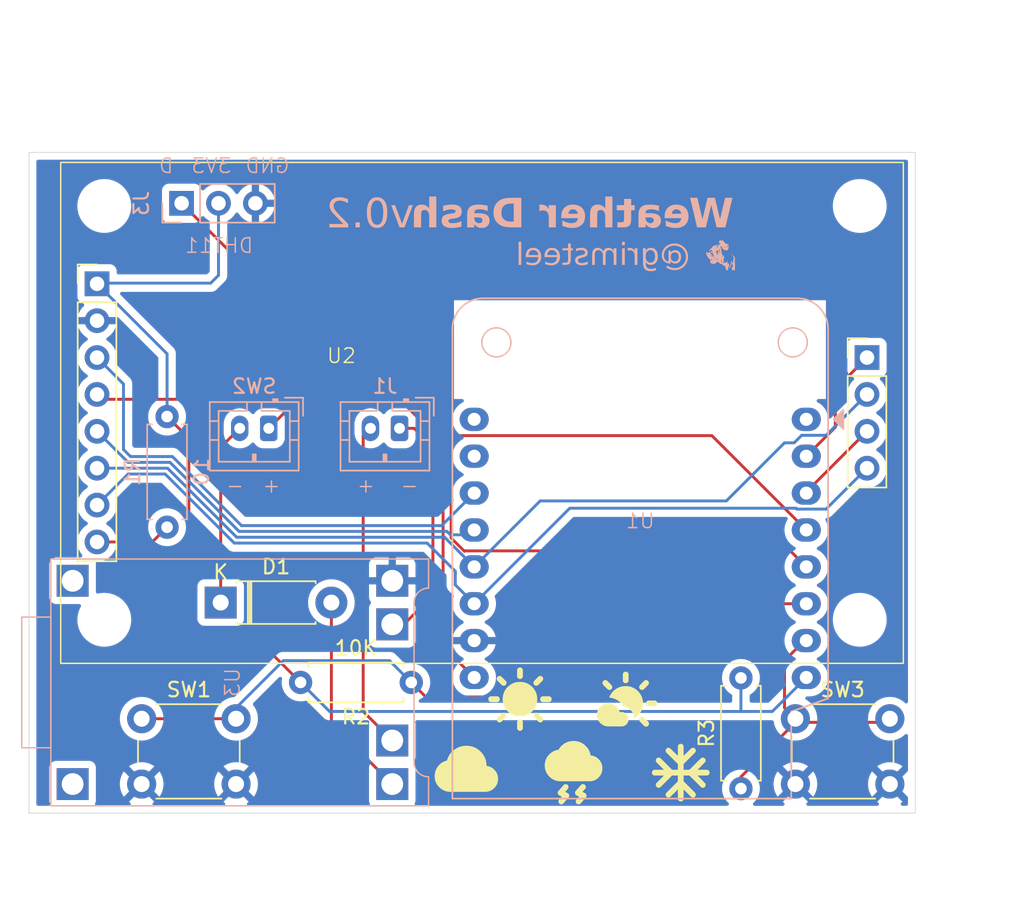
<source format=kicad_pcb>
(kicad_pcb (version 20241129) (generator "pcbnew") (generator_version "8.99")
  (title_block (title "Weather Dashboard") (date "2024-12-10") (rev "2") (company "Hack Club - Asylum") (comment 1 "@grimsteel"))
  (layers (0 "F.Cu" signal) (2 "B.Cu" signal) (13 "F.Paste" user) (15 "B.Paste" user) (5 "F.SilkS" user "F.Silkscreen") (7 "B.SilkS" user "B.Silkscreen") (1 "F.Mask" user) (3 "B.Mask" user) (25 "Edge.Cuts" user) (39 "User.1" signal) (41 "User.2" signal) (43 "User.3" signal) (45 "User.4" signal) (47 "User.5" signal) (49 "User.6" signal) (51 "User.7" signal) (53 "User.8" signal) (55 "User.9" signal))
  (net 0 "")
  (net 1 "GND")
  (net 2 "+3.3V")
  (net 3 "DHT11")
  (net 4 "Net-(U2-LED)")
  (net 5 "SCK")
  (net 6 "TFT_CS")
  (net 7 "MOSI")
  (net 9 "MISO")
  (net 10 "VBUS")
  (net 11 "TFT_DC")
  (net 12 "SD_CS")
  (net 13 "TFT_EN")
  (net 14 "Net-(D1-A)")
  (net 15 "Net-(D1-K)")
  (net 16 "BAT+")
  (net 17 "BAT-")
  (net 20 "BTN1")
  (net 21 "BTN2")
  (footprint "Button_Switch_THT:SW_PUSH_6mm_H4.3mm" (layer "F.Cu") (at 22.75 62.5)
    (property "Reference" "SW1")
    (property "Value" "SW_Push")
  )
  (footprint "Resistor_THT:R_Axial_DIN0207_L6.3mm_D2.5mm_P7.62mm_Horizontal" (layer "F.Cu") (at 64 67.31 90)
    (property "Reference" "R3")
    (property "Value" "10K")
  )
  (footprint "Button_Switch_THT:SW_PUSH_6mm_H4.3mm" (layer "F.Cu") (at 67.75 62.5)
    (property "Reference" "SW3")
    (property "Value" "SW_Push")
  )
  (footprint "Diode_THT:D_DO-41_SOD81_P7.62mm_Horizontal" (layer "F.Cu") (at 28.19 54.5)
    (property "Reference" "D1")
    (property "Value" "1N5817")
  )
  (footprint "asylum-weather:TFT_ST7735_SD" (layer "F.Cu") (at 39.67855 41.185)
    (property "Reference" "U2")
    (property "Value" "TFT_ST7735_SD")
  )
  (footprint "Resistor_THT:R_Axial_DIN0207_L6.3mm_D2.5mm_P7.62mm_Horizontal" (layer "F.Cu") (at 41.31 60 180)
    (property "Reference" "R2")
    (property "Value" "10K")
  )
  (footprint "Resistor_THT:R_Axial_DIN0207_L6.3mm_D2.5mm_P7.62mm_Horizontal" (layer "B.Cu") (at 24.5 41.69 -90)
    (property "Reference" "R1")
    (property "Value" "10")
  )
  (footprint "asylum-weather:TP4056" (layer "B.Cu") (at 29.5 60 -90)
    (property "Reference" "U3")
    (property "Value" "~")
  )
  (footprint "asylum-weather:WEMOS_C3_mini" (layer "B.Cu") (at 57.07 49.38 180)
    (property "Reference" "U1")
    (property "Value" "WEMOS_C3_Mini")
  )
  (footprint "Connector_JST:JST_PH_B2B-PH-K_1x02_P2.00mm_Vertical" (layer "B.Cu") (at 31.5 42.5 180)
    (property "Reference" "SW2")
    (property "Value" "SW_SPDT")
  )
  (footprint "asylum-weather:DHT11" (layer "B.Cu") (at 25.5 27 -90)
    (property "Reference" "J3")
    (property "Value" "Conn_01x03_Socket")
  )
  (footprint "Connector_JST:JST_PH_B2B-PH-K_1x02_P2.00mm_Vertical" (layer "B.Cu") (at 40.5 42.5 180)
    (property "Reference" "J1")
    (property "Value" "Conn_01x02_Pin")
  )
  (footprint "LOGO" (layer "B.Cu") (at 62.5 30.5 180)
    (property "Reference" "G***" (hide yes))
    (property "Value" "LOGO" (hide yes))
  )
  (gr_poly (pts (xy 48.801466 62.541555) (xy 48.811688 62.542223) (xy 48.821697 62.543337) (xy 48.831493 62.544897) (xy 48.841076 62.546903) (xy 48.850445 62.549354) (xy 48.859602 62.552252) (xy 48.868545 62.555594) (xy 48.877275 62.559383) (xy 48.885792 62.563617) (xy 48.894096 62.568297) (xy 48.902186 62.573423) (xy 48.910064 62.578994) (xy 48.917728 62.585011) (xy 48.925179 62.591474) (xy 48.932417 62.598383) (xy 48.939326 62.605621) (xy 48.945788 62.613072) (xy 48.951805 62.620736) (xy 48.957377 62.628613) (xy 48.962503 62.636704) (xy 48.967183 62.645008) (xy 48.971417 62.653525) (xy 48.975205 62.662255) (xy 48.978548 62.671198) (xy 48.981445 62.680355) (xy 48.983897 62.689724) (xy 48.985902 62.699307) (xy 48.987462 62.709103) (xy 48.988577 62.719112) (xy 48.989245 62.729334) (xy 48.989468 62.739769) (xy 48.989468 63.136644) (xy 48.989245 63.14708) (xy 48.988577 63.157302) (xy 48.987462 63.167311) (xy 48.985902 63.177107) (xy 48.983897 63.18669) (xy 48.981445 63.196059) (xy 48.978548 63.205216) (xy 48.975205 63.214159) (xy 48.971417 63.222889) (xy 48.967183 63.231406) (xy 48.962503 63.23971) (xy 48.957377 63.2478) (xy 48.951805 63.255678) (xy 48.945788 63.263342) (xy 48.939326 63.270793) (xy 48.932417 63.278031) (xy 48.925179 63.28494) (xy 48.917728 63.291402) (xy 48.910064 63.297419) (xy 48.902186 63.302991) (xy 48.894096 63.308116) (xy 48.885792 63.312796) (xy 48.877275 63.317031) (xy 48.868545 63.320819) (xy 48.859602 63.324162) (xy 48.850445 63.327059) (xy 48.841076 63.32951) (xy 48.831493 63.331516) (xy 48.821697 63.333076) (xy 48.811688 63.33419) (xy 48.801466 63.334859) (xy 48.79103 63.335082) (xy 48.780595 63.334859) (xy 48.770373 63.33419) (xy 48.760364 63.333076) (xy 48.750568 63.331516) (xy 48.740985 63.32951) (xy 48.731615 63.327059) (xy 48.722459 63.324162) (xy 48.713516 63.320819) (xy 48.704786 63.317031) (xy 48.696269 63.312796) (xy 48.687965 63.308116) (xy 48.679874 63.302991) (xy 48.671997 63.297419) (xy 48.664333 63.291402) (xy 48.656882 63.28494) (xy 48.649644 63.278031) (xy 48.642735 63.270793) (xy 48.636272 63.263342) (xy 48.630255 63.255678) (xy 48.624684 63.2478) (xy 48.619558 63.23971) (xy 48.614878 63.231406) (xy 48.610644 63.222889) (xy 48.606856 63.214159) (xy 48.603513 63.205216) (xy 48.600616 63.196059) (xy 48.598164 63.18669) (xy 48.596159 63.177107) (xy 48.594599 63.167311) (xy 48.593484 63.157302) (xy 48.592816 63.14708) (xy 48.592593 63.136644) (xy 48.592593 62.739769) (xy 48.592816 62.729334) (xy 48.593484 62.719112) (xy 48.594599 62.709103) (xy 48.596159 62.699307) (xy 48.598164 62.689724) (xy 48.600616 62.680355) (xy 48.603513 62.671198) (xy 48.606856 62.662255) (xy 48.610644 62.653525) (xy 48.614878 62.645008) (xy 48.619558 62.636704) (xy 48.624684 62.628613) (xy 48.630255 62.620736) (xy 48.636272 62.613072) (xy 48.642735 62.605621) (xy 48.649644 62.598383) (xy 48.656882 62.591474) (xy 48.664333 62.585011) (xy 48.671997 62.578994) (xy 48.679874 62.573423) (xy 48.687965 62.568297) (xy 48.696269 62.563617) (xy 48.704786 62.559383) (xy 48.713516 62.555594) (xy 48.722459 62.552252) (xy 48.731615 62.549354) (xy 48.740985 62.546903) (xy 48.750568 62.544897) (xy 48.760364 62.543337) (xy 48.770373 62.542223) (xy 48.780595 62.541555) (xy 48.79103 62.541332)) (stroke (width -0.000001)) (fill yes) (layer "F.SilkS"))
  (gr_poly (pts (xy 56.131172 60.253216) (xy 56.19144 60.257286) (xy 56.250545 60.264068) (xy 56.308487 60.273564) (xy 56.365267 60.285772) (xy 56.420883 60.300694) (xy 56.475337 60.318328) (xy 56.528629 60.338676) (xy 56.580757 60.361736) (xy 56.631723 60.38751) (xy 56.681526 60.415997) (xy 56.730167 60.447196) (xy 56.777644 60.481109) (xy 56.823959 60.517735) (xy 56.869112 60.557073) (xy 56.913101 60.599125) (xy 56.955153 60.643115) (xy 56.994492 60.688267) (xy 57.031117 60.734582) (xy 57.06503 60.78206) (xy 57.09623 60.8307) (xy 57.124716 60.880503) (xy 57.15049 60.931469) (xy 57.17355 60.983598) (xy 57.193898 61.036889) (xy 57.211533 61.091343) (xy 57.226454 61.14696) (xy 57.238663 61.203739) (xy 57.248158 61.261682) (xy 57.254941 61.320786) (xy 57.25901 61.381054) (xy 57.260367 61.442484) (xy 57.259747 61.482608) (xy 57.257886 61.522363) (xy 57.254786 61.56175) (xy 57.250445 61.600769) (xy 57.244864 61.63942) (xy 57.238043 61.677703) (xy 57.229981 61.715617) (xy 57.220679 61.753163) (xy 57.210137 61.790341) (xy 57.198355 61.827151) (xy 57.185333 61.863592) (xy 57.17107 61.899666) (xy 57.155567 61.935371) (xy 57.138824 61.970708) (xy 57.120841 62.005677) (xy 57.101617 62.040277) (xy 57.081289 62.074238) (xy 57.059992 62.107289) (xy 57.037726 62.139428) (xy 57.014491 62.170657) (xy 56.990287 62.200975) (xy 56.965114 62.230382) (xy 56.938972 62.258878) (xy 56.911861 62.286464) (xy 56.883781 62.313139) (xy 56.854733 62.338903) (xy 56.824715 62.363756) (xy 56.793729 62.387698) (xy 56.761773 62.41073) (xy 56.728849 62.43285) (xy 56.694956 62.45406) (xy 56.660094 62.474359) (xy 56.656886 62.435621) (xy 56.652226 62.397542) (xy 56.646112 62.360122) (xy 56.638544 62.323361) (xy 56.629524 62.287258) (xy 56.619049 62.251815) (xy 56.607122 62.21703) (xy 56.593741 62.182904) (xy 56.578907 62.149437) (xy 56.562619 62.116629) (xy 56.544878 62.08448) (xy 56.525683 62.05299) (xy 56.505035 62.022158) (xy 56.482934 61.991986) (xy 56.459379 61.962472) (xy 56.434371 61.933617) (xy 56.408219 61.90577) (xy 56.381234 61.879279) (xy 56.353416 61.854145) (xy 56.324765 61.830368) (xy 56.29528 61.807947) (xy 56.264963 61.786882) (xy 56.233811 61.767174) (xy 56.201827 61.748822) (xy 56.169009 61.731827) (xy 56.135358 61.716189) (xy 56.100874 61.701907) (xy 56.065556 61.688981) (xy 56.029405 61.677412) (xy 55.992421 61.667199) (xy 55.954604 61.658343) (xy 55.915953 61.650844) (xy 55.896313 61.617794) (xy 55.875839 61.585615) (xy 55.854532 61.554309) (xy 55.832392 61.523875) (xy 55.809419 61.494313) (xy 55.785612 61.465623) (xy 55.760972 61.437804) (xy 55.735499 61.410858) (xy 55.709192 61.384784) (xy 55.682052 61.359582) (xy 55.654079 61.335253) (xy 55.625273 61.311795) (xy 55.595633 61.289209) (xy 55.56516 61.267495) (xy 55.533854 61.246653) (xy 55.501715 61.226684) (xy 55.468955 61.207663) (xy 55.435788 61.18967) (xy 55.402215 61.172704) (xy 55.368234 61.156765) (xy 55.333847 61.141854) (xy 55.299053 61.127969) (xy 55.263851 61.115111) (xy 55.228243 61.10328) (xy 55.192228 61.092477) (xy 55.155806 61.0827) (xy 55.118976 61.073951) (xy 55.08174 61.066228) (xy 55.044097 61.059533) (xy 55.006047 61.053865) (xy 54.96759 61.049224) (xy 54.928726 61.045609) (xy 54.945566 61.000913) (xy 54.96384 60.957359) (xy 54.983549 60.914949) (xy 55.004691 60.873682) (xy 55.027267 60.833558) (xy 55.051277 60.794578) (xy 55.076721 60.756741) (xy 55.103599 60.720048) (xy 55.131912 60.684498) (xy 55.161658 60.650091) (xy 55.192838 60.616827) (xy 55.225452 60.584707) (xy 55.259501 60.553731) (xy 55.294983 60.523897) (xy 55.331899 60.495207) (xy 55.37025 60.46766) (xy 55.409608 60.441528) (xy 55.449547 60.417082) (xy 55.490068 60.394322) (xy 55.53117 60.373247) (xy 55.572854 60.353859) (xy 55.615119 60.336157) (xy 55.657965 60.32014) (xy 55.701392 60.30581) (xy 55.745401 60.293165) (xy 55.789992 60.282206) (xy 55.835163 60.272934) (xy 55.880916 60.265347) (xy 55.927251 60.259446) (xy 55.974166 60.255231) (xy 56.021664 60.252702) (xy 56.069742 60.251859)) (stroke (width -0.000001)) (fill yes) (layer "F.SilkS"))
  (gr_poly (pts (xy 50.785841 60.954055) (xy 50.796063 60.954723) (xy 50.806072 60.955838) (xy 50.815868 60.957398) (xy 50.825451 60.959403) (xy 50.83482 60.961855) (xy 50.843977 60.964752) (xy 50.85292 60.968095) (xy 50.86165 60.971883) (xy 50.870167 60.976117) (xy 50.878471 60.980797) (xy 50.886561 60.985923) (xy 50.894439 60.991494) (xy 50.902103 60.997511) (xy 50.909554 61.003974) (xy 50.916792 61.010883) (xy 50.923701 61.018121) (xy 50.930163 61.025572) (xy 50.93618 61.033236) (xy 50.941752 61.041113) (xy 50.946877 61.049204) (xy 50.951557 61.057508) (xy 50.955792 61.066025) (xy 50.95958 61.074755) (xy 50.962923 61.083698) (xy 50.96582 61.092854) (xy 50.968271 61.102224) (xy 50.970277 61.111807) (xy 50.971837 61.121603) (xy 50.972951 61.131612) (xy 50.97362 61.141834) (xy 50.973843 61.152269) (xy 50.97362 61.162705) (xy 50.972951 61.172927) (xy 50.971837 61.182936) (xy 50.970277 61.192732) (xy 50.968271 61.202315) (xy 50.96582 61.211684) (xy 50.962923 61.220841) (xy 50.95958 61.229784) (xy 50.955792 61.238514) (xy 50.951557 61.247031) (xy 50.946877 61.255335) (xy 50.941752 61.263425) (xy 50.93618 61.271303) (xy 50.930163 61.278967) (xy 50.923701 61.286418) (xy 50.916792 61.293656) (xy 50.909554 61.300565) (xy 50.902103 61.307027) (xy 50.894439 61.313044) (xy 50.886561 61.318616) (xy 50.878471 61.323741) (xy 50.870167 61.328421) (xy 50.86165 61.332656) (xy 50.85292 61.336444) (xy 50.843977 61.339787) (xy 50.83482 61.342684) (xy 50.825451 61.345136) (xy 50.815868 61.347141) (xy 50.806072 61.348701) (xy 50.796063 61.349816) (xy 50.785841 61.350484) (xy 50.775405 61.350707) (xy 50.37853 61.350707) (xy 50.368095 61.350484) (xy 50.357873 61.349816) (xy 50.347864 61.348701) (xy 50.338068 61.347141) (xy 50.328485 61.345136) (xy 50.319116 61.342684) (xy 50.309959 61.339787) (xy 50.301016 61.336444) (xy 50.292286 61.332656) (xy 50.283769 61.328421) (xy 50.275465 61.323741) (xy 50.267374 61.318616) (xy 50.259497 61.313044) (xy 50.251833 61.307027) (xy 50.244382 61.300565) (xy 50.237144 61.293656) (xy 50.230235 61.286418) (xy 50.223772 61.278967) (xy 50.217755 61.271303) (xy 50.212184 61.263425) (xy 50.207058 61.255335) (xy 50.202378 61.247031) (xy 50.198144 61.238514) (xy 50.194355 61.229784) (xy 50.191013 61.220841) (xy 50.188115 61.211684) (xy 50.185664 61.202315) (xy 50.183658 61.192732) (xy 50.182098 61.182936) (xy 50.180984 61.172927) (xy 50.180316 61.162705) (xy 50.180093 61.152269) (xy 50.180316 61.141834) (xy 50.180984 61.131612) (xy 50.182098 61.121603) (xy 50.183658 61.111807) (xy 50.185664 61.102224) (xy 50.188115 61.092854) (xy 50.191013 61.083698) (xy 50.194355 61.074755) (xy 50.198144 61.066025) (xy 50.202378 61.057508) (xy 50.207058 61.049204) (xy 50.212184 61.041113) (xy 50.217755 61.033236) (xy 50.223772 61.025572) (xy 50.230235 61.018121) (xy 50.237144 61.010883) (xy 50.244382 61.003974) (xy 50.251833 60.997511) (xy 50.259497 60.991494) (xy 50.267374 60.985923) (xy 50.275465 60.980797) (xy 50.283769 60.976117) (xy 50.292286 60.971883) (xy 50.301016 60.968095) (xy 50.309959 60.964752) (xy 50.319116 60.961855) (xy 50.328485 60.959403) (xy 50.338068 60.957398) (xy 50.347864 60.955838) (xy 50.357873 60.954723) (xy 50.368095 60.954055) (xy 50.37853 60.953832) (xy 50.775405 60.953832)) (stroke (width -0.000001)) (fill yes) (layer "F.SilkS"))
  (gr_poly (pts (xy 48.801466 58.96968) (xy 48.811688 58.970348) (xy 48.821697 58.971463) (xy 48.831493 58.973023) (xy 48.841076 58.975028) (xy 48.850445 58.97748) (xy 48.859602 58.980377) (xy 48.868545 58.98372) (xy 48.877275 58.987508) (xy 48.885792 58.991742) (xy 48.894096 58.996422) (xy 48.902186 59.001548) (xy 48.910064 59.007119) (xy 48.917728 59.013136) (xy 48.925179 59.019599) (xy 48.932417 59.026508) (xy 48.939326 59.033746) (xy 48.945788 59.041197) (xy 48.951805 59.048861) (xy 48.957377 59.056739) (xy 48.962503 59.064829) (xy 48.967183 59.073133) (xy 48.971417 59.08165) (xy 48.975205 59.09038) (xy 48.978548 59.099323) (xy 48.981445 59.10848) (xy 48.983897 59.117849) (xy 48.985902 59.127432) (xy 48.987462 59.137228) (xy 48.988577 59.147237) (xy 48.989245 59.157459) (xy 48.989468 59.167894) (xy 48.989468 59.564769) (xy 48.989245 59.575205) (xy 48.988577 59.585427) (xy 48.987462 59.595436) (xy 48.985902 59.605232) (xy 48.983897 59.614815) (xy 48.981445 59.624184) (xy 48.978548 59.633341) (xy 48.975205 59.642284) (xy 48.971417 59.651014) (xy 48.967183 59.659531) (xy 48.962503 59.667835) (xy 48.957377 59.675925) (xy 48.951805 59.683803) (xy 48.945788 59.691467) (xy 48.939326 59.698918) (xy 48.932417 59.706156) (xy 48.925179 59.713065) (xy 48.917728 59.719528) (xy 48.910064 59.725545) (xy 48.902186 59.731116) (xy 48.894096 59.736242) (xy 48.885792 59.740922) (xy 48.877275 59.745156) (xy 48.868545 59.748944) (xy 48.859602 59.752287) (xy 48.850445 59.755184) (xy 48.841076 59.757636) (xy 48.831493 59.759641) (xy 48.821697 59.761201) (xy 48.811688 59.762316) (xy 48.801466 59.762984) (xy 48.79103 59.763207) (xy 48.780595 59.762984) (xy 48.770373 59.762316) (xy 48.760364 59.761201) (xy 48.750568 59.759641) (xy 48.740985 59.757636) (xy 48.731615 59.755184) (xy 48.722459 59.752287) (xy 48.713516 59.748944) (xy 48.704786 59.745156) (xy 48.696269 59.740922) (xy 48.687965 59.736242) (xy 48.679874 59.731116) (xy 48.671997 59.725545) (xy 48.664333 59.719528) (xy 48.656882 59.713065) (xy 48.649644 59.706156) (xy 48.642735 59.698918) (xy 48.636272 59.691467) (xy 48.630255 59.683803) (xy 48.624684 59.675925) (xy 48.619558 59.667835) (xy 48.614878 59.659531) (xy 48.610644 59.651014) (xy 48.606856 59.642284) (xy 48.603513 59.633341) (xy 48.600616 59.624184) (xy 48.598164 59.614815) (xy 48.596159 59.605232) (xy 48.594599 59.595436) (xy 48.593484 59.585427) (xy 48.592816 59.575205) (xy 48.592593 59.564769) (xy 48.592593 59.167894) (xy 48.592816 59.157459) (xy 48.593484 59.147237) (xy 48.594599 59.137228) (xy 48.596159 59.127432) (xy 48.598164 59.117849) (xy 48.600616 59.10848) (xy 48.603513 59.099323) (xy 48.606856 59.09038) (xy 48.610644 59.08165) (xy 48.614878 59.073133) (xy 48.619558 59.064829) (xy 48.624684 59.056739) (xy 48.630255 59.048861) (xy 48.636272 59.041197) (xy 48.642735 59.033746) (xy 48.649644 59.026508) (xy 48.656882 59.019599) (xy 48.664333 59.013136) (xy 48.671997 59.007119) (xy 48.679874 59.001548) (xy 48.687965 58.996422) (xy 48.696269 58.991742) (xy 48.704786 58.987508) (xy 48.713516 58.98372) (xy 48.722459 58.980377) (xy 48.731615 58.97748) (xy 48.740985 58.975028) (xy 48.750568 58.973023) (xy 48.760364 58.971463) (xy 48.770373 58.970348) (xy 48.780595 58.96968) (xy 48.79103 58.969457)) (stroke (width -0.000001)) (fill yes) (layer "F.SilkS"))
  (gr_poly (pts (xy 52.53535 64.030723) (xy 52.589794 64.034066) (xy 52.643328 64.039637) (xy 52.695951 64.047437) (xy 52.747663 64.057466) (xy 52.798464 64.069723) (xy 52.848354 64.084208) (xy 52.897334 64.100923) (xy 52.945403 64.119865) (xy 52.992561 64.141036) (xy 53.038808 64.164436) (xy 53.084144 64.190064) (xy 53.12857 64.217921) (xy 53.172084 64.248007) (xy 53.214688 64.28032) (xy 53.256382 64.314863) (xy 53.296602 64.351072) (xy 53.334788 64.388386) (xy 53.370939 64.426804) (xy 53.405055 64.466326) (xy 53.437136 64.506954) (xy 53.467183 64.548686) (xy 53.495195 64.591522) (xy 53.521172 64.635463) (xy 53.545114 64.680509) (xy 53.567022 64.726659) (xy 53.586894 64.773914) (xy 53.604733 64.822274) (xy 53.620536 64.871738) (xy 53.634304 64.922306) (xy 53.646038 64.97398) (xy 53.655737 65.026757) (xy 53.698099 65.03135) (xy 53.739608 65.037687) (xy 53.780264 65.045768) (xy 53.820068 65.055593) (xy 53.859019 65.067162) (xy 53.897118 65.080475) (xy 53.934364 65.095532) (xy 53.970757 65.112334) (xy 54.006297 65.130879) (xy 54.040985 65.151168) (xy 54.07482 65.173202) (xy 54.107803 65.19698) (xy 54.139932 65.222501) (xy 54.17121 65.249767) (xy 54.201634 65.278777) (xy 54.231206 65.309531) (xy 54.259441 65.341544) (xy 54.285854 65.374333) (xy 54.310445 65.407897) (xy 54.333215 65.442236) (xy 54.354163 65.47735) (xy 54.37329 65.513239) (xy 54.390595 65.549904) (xy 54.406079 65.587343) (xy 54.419741 65.625558) (xy 54.431581 65.664548) (xy 54.4416 65.704313) (xy 54.449797 65.744853) (xy 54.456173 65.786168) (xy 54.460727 65.828259) (xy 54.463459 65.871124) (xy 54.46437 65.914765) (xy 54.463353 65.960838) (xy 54.4603 66.006039) (xy 54.455214 66.050367) (xy 54.448092 66.093824) (xy 54.438935 66.136409) (xy 54.427744 66.178121) (xy 54.414518 66.218962) (xy 54.399258 66.25893) (xy 54.381962 66.298027) (xy 54.362632 66.336251) (xy 54.341267 66.373603) (xy 54.317867 66.410084) (xy 54.292433 66.445692) (xy 54.264963 66.480428) (xy 54.235459 66.514293) (xy 54.203921 66.547285) (xy 54.170928 66.578824) (xy 54.137064 66.608328) (xy 54.102328 66.635797) (xy 54.06672 66.661231) (xy 54.030239 66.684631) (xy 53.992887 66.705996) (xy 53.954663 66.725326) (xy 53.915566 66.742622) (xy 53.875598 66.757882) (xy 53.834757 66.771108) (xy 53.793045 66.782299) (xy 53.75046 66.791456) (xy 53.707003 66.798577) (xy 53.662675 66.803664) (xy 53.617474 66.806716) (xy 53.571401 66.807734) (xy 51.587026 66.807734) (xy 51.531109 66.806484) (xy 51.476219 66.802734) (xy 51.422356 66.796485) (xy 51.36952 66.787735) (xy 51.317711 66.776486) (xy 51.266929 66.762737) (xy 51.217175 66.746488) (xy 51.168447 66.727739) (xy 51.120747 66.70649) (xy 51.074073 66.682742) (xy 51.028427 66.656493) (xy 50.983807 66.627745) (xy 50.940215 66.596497) (xy 50.89765 66.562749) (xy 50.856112 66.526501) (xy 50.8156 66.487753) (xy 50.776853 66.447242) (xy 50.740605 66.405704) (xy 50.706857 66.363139) (xy 50.675609 66.319547) (xy 50.646861 66.274927) (xy 50.620612 66.229281) (xy 50.596864 66.182607) (xy 50.575615 66.134907) (xy 50.556866 66.086179) (xy 50.540617 66.036424) (xy 50.526868 65.985643) (xy 50.515619 65.933834) (xy 50.506869 65.880998) (xy 50.50062 65.827135) (xy 50.49687 65.772245) (xy 50.49562 65.716328) (xy 50.496686 65.665265) (xy 50.499883 65.615016) (xy 50.505212 65.565581) (xy 50.512673 65.51696) (xy 50.522266 65.469153) (xy 50.53399 65.42216) (xy 50.547845 65.37598) (xy 50.563833 65.330615) (xy 50.581952 65.286063) (xy 50.602203 65.242326) (xy 50.624585 65.199402) (xy 50.649099 65.157292) (xy 50.675745 65.115996) (xy 50.704522 65.075514) (xy 50.735431 65.035846) (xy 50.768472 64.996992) (xy 50.803082 64.959533) (xy 50.8387 64.924051) (xy 50.875325 64.890545) (xy 50.912959 64.859016) (xy 50.9516 64.829463) (xy 50.991249 64.801887) (xy 51.031905 64.776288) (xy 51.073569 64.752666) (xy 51.116241 64.73102) (xy 51.15992 64.71135) (xy 51.204608 64.693658) (xy 51.250303 64.677941) (xy 51.297005 64.664202) (xy 51.344715 64.652439) (xy 51.393433 64.642653) (xy 51.443159 64.634843) (xy 51.463458 64.599971) (xy 51.484668 64.566049) (xy 51.506789 64.533076) (xy 51.52982 64.501053) (xy 51.553763 64.469979) (xy 51.578616 64.439855) (xy 51.60438 64.410681) (xy 51.631055 64.382456) (xy 51.65864 64.35518) (xy 51.687136 64.328854) (xy 51.716543 64.303478) (xy 51.746861 64.279051) (xy 51.77809 64.255574) (xy 51.81023 64.233046) (xy 51.84328 64.211468) (xy 51.877241 64.190839) (xy 51.911861 64.171315) (xy 51.946888 64.153051) (xy 51.982322 64.136046) (xy 52.018163 64.120301) (xy 52.054411 64.105816) (xy 52.091065 64.09259) (xy 52.128127 64.080623) (xy 52.165596 64.069917) (xy 52.203471 64.060469) (xy 52.241754 64.052282) (xy 52.280443 64.045354) (xy 52.31954 64.039686) (xy 52.359043 64.035277) (xy 52.398953 64.032128) (xy 52.439271 64.030239) (xy 52.479995 64.029609)) (stroke (width -0.000001)) (fill yes) (layer "F.SilkS"))
  (gr_poly (pts (xy 54.908737 61.442988) (xy 54.938067 61.4445) (xy 54.967106 61.447019) (xy 54.995854 61.450546) (xy 55.024312 61.455081) (xy 55.052478 61.460623) (xy 55.080355 61.467173) (xy 55.10794 61.474731) (xy 55.135235 61.483296) (xy 55.162239 61.492869) (xy 55.188953 61.50345) (xy 55.215375 61.515038) (xy 55.241508 61.527634) (xy 55.267349 61.541238) (xy 55.2929 61.55585) (xy 55.31816 61.571469) (xy 55.342839 61.58796) (xy 55.366645 61.605188) (xy 55.38958 61.623152) (xy 55.411643 61.641852) (xy 55.432833 61.661289) (xy 55.453152 61.681462) (xy 55.472598 61.702372) (xy 55.491173 61.724018) (xy 55.508875 61.7464) (xy 55.525705 61.769519) (xy 55.541664 61.793374) (xy 55.55675 61.817965) (xy 55.570964 61.843293) (xy 55.584306 61.869358) (xy 55.596777 61.896158) (xy 55.608375 61.923695) (xy 55.657984 62.037797) (xy 55.777047 62.037797) (xy 55.80283 62.038359) (xy 55.82809 62.040045) (xy 55.852827 62.042855) (xy 55.877041 62.046789) (xy 55.900731 62.051846) (xy 55.923898 62.058028) (xy 55.946542 62.065334) (xy 55.968663 62.073764) (xy 55.99026 62.083317) (xy 56.011335 62.093995) (xy 56.031886 62.105796) (xy 56.051914 62.118722) (xy 56.071418 62.132772) (xy 56.0904 62.147945) (xy 56.108858 62.164242) (xy 56.126793 62.181664) (xy 56.143914 62.199899) (xy 56.15993 62.218639) (xy 56.174842 62.237882) (xy 56.188649 62.257628) (xy 56.201352 62.277879) (xy 56.21295 62.298634) (xy 56.223444 62.319892) (xy 56.232833 62.341654) (xy 56.241117 62.36392) (xy 56.248297 62.38669) (xy 56.254372 62.409964) (xy 56.259343 62.433742) (xy 56.263209 62.458023) (xy 56.26597 62.482808) (xy 56.267627 62.508098) (xy 56.268179 62.533891) (xy 56.267618 62.559684) (xy 56.265932 62.584973) (xy 56.263122 62.609758) (xy 56.259188 62.634039) (xy 56.25413 62.657817) (xy 56.247948 62.681091) (xy 56.240642 62.703861) (xy 56.232213 62.726127) (xy 56.222659 62.747889) (xy 56.211981 62.769148) (xy 56.20018 62.789902) (xy 56.187254 62.810153) (xy 56.173205 62.8299) (xy 56.158031 62.849143) (xy 56.141734 62.867882) (xy 56.124312 62.886117) (xy 56.106077 62.903539) (xy 56.087338 62.919836) (xy 56.068095 62.93501) (xy 56.048348 62.949059) (xy 56.028097 62.961985) (xy 56.007343 62.973786) (xy 55.986084 62.984464) (xy 55.964322 62.994018) (xy 55.942056 63.002447) (xy 55.919286 63.009753) (xy 55.896012 63.015935) (xy 55.872235 63.020993) (xy 55.847953 63.024927) (xy 55.823168 63.027736) (xy 55.797879 63.029422) (xy 55.772086 63.029984) (xy 54.879117 63.029984) (xy 54.838557 63.029074) (xy 54.798734 63.026341) (xy 54.759648 63.021787) (xy 54.721297 63.015412) (xy 54.683683 63.007214) (xy 54.646806 62.997196) (xy 54.610664 62.985355) (xy 54.57526 62.971693) (xy 54.540591 62.95621) (xy 54.506659 62.938905) (xy 54.473463 62.919778) (xy 54.441004 62.89883) (xy 54.409281 62.87606) (xy 54.378295 62.851468) (xy 54.348045 62.825055) (xy 54.318531 62.79682) (xy 54.290296 62.767307) (xy 54.263883 62.737057) (xy 54.239292 62.70607) (xy 54.216522 62.674347) (xy 54.195573 62.641888) (xy 54.176447 62.608692) (xy 54.159142 62.57476) (xy 54.143658 62.540092) (xy 54.129996 62.504687) (xy 54.118156 62.468546) (xy 54.108137 62.431668) (xy 54.09994 62.394054) (xy 54.093564 62.355704) (xy 54.08901 62.316617) (xy 54.086278 62.276794) (xy 54.085367 62.236234) (xy 54.086278 62.195675) (xy 54.08901 62.155852) (xy 54.093564 62.116765) (xy 54.09994 62.078415) (xy 54.108137 62.040801) (xy 54.118156 62.003923) (xy 54.129996 61.967782) (xy 54.143658 61.932377) (xy 54.159142 61.897709) (xy 54.176447 61.863777) (xy 54.195573 61.830581) (xy 54.216522 61.798122) (xy 54.239292 61.766399) (xy 54.263883 61.735412) (xy 54.290296 61.705162) (xy 54.318531 61.675649) (xy 54.348045 61.647414) (xy 54.378295 61.621001) (xy 54.409281 61.596409) (xy 54.441004 61.573639) (xy 54.473463 61.552691) (xy 54.506659 61.533564) (xy 54.540591 61.516259) (xy 54.57526 61.500775) (xy 54.610664 61.487114) (xy 54.646806 61.475273) (xy 54.683683 61.465254) (xy 54.721297 61.457057) (xy 54.759648 61.450682) (xy 54.798734 61.446128) (xy 54.838557 61.443395) (xy 54.879117 61.442484)) (stroke (width -0.000001)) (fill yes) (layer "F.SilkS"))
  (gr_poly (pts (xy 54.678422 59.840334) (xy 54.688392 59.841032) (xy 54.698188 59.842195) (xy 54.70781 59.843822) (xy 54.717257 59.845915) (xy 54.726529 59.848473) (xy 54.735628 59.851496) (xy 54.744552 59.854984) (xy 54.753301 59.858938) (xy 54.761876 59.863356) (xy 54.770277 59.868239) (xy 54.778503 59.873588) (xy 54.786555 59.879402) (xy 54.794432 59.88568) (xy 54.802135 59.892424) (xy 54.809664 59.899633) (xy 55.087476 60.182406) (xy 55.094084 60.189935) (xy 55.100266 60.197638) (xy 55.106022 60.205515) (xy 55.111351 60.213567) (xy 55.116254 60.221793) (xy 55.12073 60.230194) (xy 55.12478 60.238769) (xy 55.128404 60.247519) (xy 55.131602 60.256443) (xy 55.134373 60.265541) (xy 55.136718 60.274813) (xy 55.138636 60.284261) (xy 55.140128 60.293882) (xy 55.141194 60.303678) (xy 55.141833 60.313648) (xy 55.142047 60.323793) (xy 55.141833 60.333918) (xy 55.141194 60.343831) (xy 55.140128 60.35353) (xy 55.138636 60.363015) (xy 55.136718 60.372288) (xy 55.134373 60.381348) (xy 55.131602 60.390194) (xy 55.128404 60.398827) (xy 55.12478 60.407247) (xy 55.12073 60.415454) (xy 55.116254 60.423448) (xy 55.111351 60.431228) (xy 55.106022 60.438796) (xy 55.100266 60.44615) (xy 55.094084 60.453291) (xy 55.087476 60.460219) (xy 55.080539 60.466827) (xy 55.073369 60.473009) (xy 55.065966 60.478764) (xy 55.058331 60.484093) (xy 55.050463 60.488996) (xy 55.042363 60.493473) (xy 55.03403 60.497523) (xy 55.025465 60.501147) (xy 55.016667 60.504344) (xy 55.007636 60.507115) (xy 54.998373 60.50946) (xy 54.988878 60.511378) (xy 54.97915 60.512871) (xy 54.969189 60.513936) (xy 54.958996 60.514576) (xy 54.94857 60.514789) (xy 54.938144 60.514576) (xy 54.927951 60.513936) (xy 54.917991 60.512871) (xy 54.908263 60.511378) (xy 54.898767 60.50946) (xy 54.889504 60.507115) (xy 54.880474 60.504344) (xy 54.871676 60.501147) (xy 54.86311 60.497523) (xy 54.854777 60.493473) (xy 54.846677 60.488996) (xy 54.838809 60.484093) (xy 54.831174 60.478764) (xy 54.823772 60.473009) (xy 54.816601 60.466827) (xy 54.809664 60.460219) (xy 54.52689 60.177445) (xy 54.520282 60.170508) (xy 54.5141 60.163338) (xy 54.508345 60.155935) (xy 54.503016 60.1483) (xy 54.498113 60.140432) (xy 54.493637 60.132332) (xy 54.489587 60.123999) (xy 54.485963 60.115434) (xy 54.482765 60.106636) (xy 54.479994 60.097605) (xy 54.477649 60.088342) (xy 54.475731 60.078847) (xy 54.474239 60.069119) (xy 54.473173 60.059158) (xy 54.472533 60.048965) (xy 54.47232 60.038539) (xy 54.472533 60.028113) (xy 54.473173 60.01792) (xy 54.474239 60.00796) (xy 54.475731 59.998232) (xy 54.477649 59.988736) (xy 54.479994 59.979473) (xy 54.482765 59.970443) (xy 54.485963 59.961645) (xy 54.489587 59.953079) (xy 54.493637 59.944746) (xy 54.498113 59.936646) (xy 54.503016 59.928778) (xy 54.508345 59.921143) (xy 54.5141 59.913741) (xy 54.520282 59.90657) (xy 54.52689 59.899633) (xy 54.534419 59.892424) (xy 54.542122 59.88568) (xy 54.549999 59.879402) (xy 54.558051 59.873588) (xy 54.566278 59.868239) (xy 54.574678 59.863356) (xy 54.583253 59.858938) (xy 54.592003 59.854984) (xy 54.600927 59.851496) (xy 54.610025 59.848473) (xy 54.619298 59.845915) (xy 54.628745 59.843822) (xy 54.638366 59.842195) (xy 54.648162 59.841032) (xy 54.658132 59.840334) (xy 54.668277 59.840102)) (stroke (width -0.000001)) (fill yes) (layer "F.SilkS"))
  (gr_poly (pts (xy 45.173931 64.362516) (xy 45.244421 64.367254) (xy 45.313535 64.375151) (xy 45.381273 64.386207) (xy 45.447635 64.400421) (xy 45.512622 64.417794) (xy 45.576232 64.438326) (xy 45.638467 64.462016) (xy 45.699326 64.488865) (xy 45.758808 64.518873) (xy 45.816915 64.55204) (xy 45.873646 64.588365) (xy 45.929001 64.627849) (xy 45.982981 64.670492) (xy 46.035584 64.716293) (xy 46.086812 64.765253) (xy 46.135772 64.816481) (xy 46.181573 64.869084) (xy 46.224216 64.923063) (xy 46.2637 64.978419) (xy 46.300025 65.03515) (xy 46.333192 65.093257) (xy 46.3632 65.152739) (xy 46.390049 65.213598) (xy 46.413739 65.275833) (xy 46.434271 65.339443) (xy 46.451644 65.404429) (xy 46.465858 65.470792) (xy 46.476913 65.53853) (xy 46.48481 65.607644) (xy 46.489548 65.678134) (xy 46.491128 65.749999) (xy 46.53346 65.755803) (xy 46.574882 65.763293) (xy 46.615394 65.772469) (xy 46.654994 65.783331) (xy 46.693683 65.795878) (xy 46.731462 65.810112) (xy 46.76833 65.826032) (xy 46.804287 65.843637) (xy 46.839333 65.862929) (xy 46.873469 65.883906) (xy 46.906694 65.906569) (xy 46.939008 65.930919) (xy 46.970411 65.956954) (xy 47.000903 65.984675) (xy 47.030484 66.014082) (xy 47.059155 66.045175) (xy 47.086489 66.07745) (xy 47.112059 66.110404) (xy 47.135866 66.144036) (xy 47.157909 66.178345) (xy 47.178189 66.213334) (xy 47.196705 66.249) (xy 47.213458 66.285345) (xy 47.228447 66.322368) (xy 47.241673 66.360069) (xy 47.253135 66.398448) (xy 47.262835 66.437506) (xy 47.27077 66.477242) (xy 47.276942 66.517656) (xy 47.281351 66.558748) (xy 47.283996 66.600519) (xy 47.284878 66.642968) (xy 47.28386 66.689041) (xy 47.280808 66.734242) (xy 47.275721 66.77857) (xy 47.2686 66.822027) (xy 47.259443 66.864612) (xy 47.248252 66.906324) (xy 47.235026 66.947165) (xy 47.219765 66.987133) (xy 47.20247 67.02623) (xy 47.18314 67.064454) (xy 47.161775 67.101806) (xy 47.138375 67.138287) (xy 47.112941 67.173895) (xy 47.085471 67.208631) (xy 47.055967 67.242495) (xy 47.024428 67.275488) (xy 46.991436 67.307026) (xy 46.957572 67.33653) (xy 46.922836 67.364) (xy 46.887228 67.389434) (xy 46.850747 67.412834) (xy 46.813395 67.434199) (xy 46.775171 67.453529) (xy 46.736074 67.470825) (xy 46.696106 67.486085) (xy 46.655265 67.499311) (xy 46.613553 67.510502) (xy 46.570968 67.519659) (xy 46.527511 67.526781) (xy 46.483183 67.531867) (xy 46.437982 67.53492) (xy 46.391909 67.535937) (xy 44.010659 67.535937) (xy 43.954742 67.534716) (xy 43.899852 67.531053) (xy 43.845989 67.524949) (xy 43.793153 67.516403) (xy 43.741344 67.505415) (xy 43.690562 67.491986) (xy 43.640808 67.476115) (xy 43.59208 67.457802) (xy 43.54438 67.437048) (xy 43.497706 67.413851) (xy 43.45206 67.388213) (xy 43.40744 67.360134) (xy 43.363848 67.329612) (xy 43.321283 67.296649) (xy 43.279745 67.261244) (xy 43.239233 67.223398) (xy 43.200486 67.183788) (xy 43.164238 67.143093) (xy 43.13049 67.101312) (xy 43.099242 67.058447) (xy 43.070494 67.014496) (xy 43.044245 66.96946) (xy 43.020497 66.923339) (xy 42.999248 66.876132) (xy 42.980499 66.827841) (xy 42.96425 66.778464) (xy 42.950501 66.728002) (xy 42.939252 66.676454) (xy 42.930502 66.623822) (xy 42.924253 66.570104) (xy 42.920503 66.515302) (xy 42.919253 66.459414) (xy 42.920164 66.411374) (xy 42.922896 66.363993) (xy 42.92745 66.317271) (xy 42.933826 66.271208) (xy 42.942023 66.225804) (xy 42.952042 66.181058) (xy 42.963882 66.136972) (xy 42.977544 66.093544) (xy 42.993028 66.050776) (xy 43.010333 66.008666) (xy 43.029459 65.967215) (xy 43.050408 65.926423) (xy 43.073178 65.88629) (xy 43.097769 65.846815) (xy 43.124182 65.808) (xy 43.152417 65.769843) (xy 43.182125 65.732869) (xy 43.212956 65.6976) (xy 43.244911 65.664036) (xy 43.277991 65.632177) (xy 43.312194 65.602024) (xy 43.347521 65.573576) (xy 43.383973 65.546833) (xy 43.421548 65.521796) (xy 43.460247 65.498464) (xy 43.50007 65.476838) (xy 43.541017 65.456916) (xy 43.583088 65.438701) (xy 43.626283 65.42219) (xy 43.670602 65.407385) (xy 43.716045 65.394285) (xy 43.762612 65.38289) (xy 43.779084 65.326518) (xy 43.797494 65.271502) (xy 43.817842 65.217842) (xy 43.840127 65.165539) (xy 43.86435 65.114593) (xy 43.890512 65.065003) (xy 43.918611 65.016769) (xy 43.948647 64.969892) (xy 43.980622 64.924372) (xy 44.014535 64.880208) (xy 44.050385 64.8374) (xy 44.088174 64.795949) (xy 44.1279 64.755855) (xy 44.169564 64.717117) (xy 44.213166 64.679735) (xy 44.258706 64.64371) (xy 44.305602 64.609468) (xy 44.353274 64.577435) (xy 44.401721 64.547612) (xy 44.450942 64.519997) (xy 44.500939 64.494592) (xy 44.551711 64.471395) (xy 44.603259 64.450408) (xy 44.655581 64.43163) (xy 44.708679 64.415062) (xy 44.762551 64.400702) (xy 44.817199 64.388552) (xy 44.872622 64.37861) (xy 44.92882 64.370878) (xy 44.985793 64.365355) (xy 45.043542 64.362042) (xy 45.102065 64.360937)) (stroke (width -0.000001)) (fill yes) (layer "F.SilkS"))
  (gr_poly (pts (xy 57.481351 59.840334) (xy 57.491322 59.841032) (xy 57.501118 59.842195) (xy 57.510739 59.843822) (xy 57.520186 59.845915) (xy 57.529459 59.848473) (xy 57.538557 59.851496) (xy 57.547481 59.854984) (xy 57.556231 59.858938) (xy 57.564806 59.863356) (xy 57.573206 59.868239) (xy 57.581433 59.873588) (xy 57.589484 59.879402) (xy 57.597362 59.88568) (xy 57.605065 59.892424) (xy 57.612593 59.899633) (xy 57.619202 59.90657) (xy 57.625383 59.913741) (xy 57.631139 59.921143) (xy 57.636468 59.928778) (xy 57.641371 59.936646) (xy 57.645847 59.944746) (xy 57.649897 59.953079) (xy 57.653521 59.961645) (xy 57.656719 59.970443) (xy 57.65949 59.979473) (xy 57.661834 59.988736) (xy 57.663753 59.998232) (xy 57.665245 60.00796) (xy 57.666311 60.01792) (xy 57.66695 60.028113) (xy 57.667164 60.038539) (xy 57.66695 60.048965) (xy 57.666311 60.059158) (xy 57.665245 60.069119) (xy 57.663753 60.078847) (xy 57.661834 60.088342) (xy 57.65949 60.097605) (xy 57.656719 60.106636) (xy 57.653521 60.115434) (xy 57.649897 60.123999) (xy 57.645847 60.132332) (xy 57.641371 60.140432) (xy 57.636468 60.1483) (xy 57.631139 60.155935) (xy 57.625383 60.163338) (xy 57.619202 60.170508) (xy 57.612593 60.177445) (xy 57.32982 60.460219) (xy 57.322882 60.466827) (xy 57.315712 60.473009) (xy 57.30831 60.478764) (xy 57.300675 60.484093) (xy 57.292807 60.488996) (xy 57.284706 60.493473) (xy 57.276374 60.497523) (xy 57.267808 60.501147) (xy 57.25901 60.504344) (xy 57.24998 60.507115) (xy 57.240717 60.50946) (xy 57.231221 60.511378) (xy 57.221493 60.512871) (xy 57.211533 60.513936) (xy 57.201339 60.514576) (xy 57.190914 60.514789) (xy 57.180488 60.514576) (xy 57.170295 60.513936) (xy 57.160334 60.512871) (xy 57.150606 60.511378) (xy 57.141111 60.50946) (xy 57.131848 60.507115) (xy 57.122817 60.504344) (xy 57.114019 60.501147) (xy 57.105454 60.497523) (xy 57.097121 60.493473) (xy 57.089021 60.488996) (xy 57.081153 60.484093) (xy 57.073518 60.478764) (xy 57.066115 60.473009) (xy 57.058945 60.466827) (xy 57.052008 60.460219) (xy 57.045399 60.453291) (xy 57.039218 60.44615) (xy 57.033462 60.438796) (xy 57.028133 60.431228) (xy 57.02323 60.423448) (xy 57.018754 60.415454) (xy 57.014704 60.407247) (xy 57.01108 60.398827) (xy 57.007882 60.390194) (xy 57.005111 60.381348) (xy 57.002766 60.372288) (xy 57.000848 60.363015) (xy 56.999356 60.35353) (xy 56.99829 60.343831) (xy 56.99765 60.333918) (xy 56.997437 60.323793) (xy 56.99765 60.313648) (xy 56.99829 60.303678) (xy 56.999356 60.293882) (xy 57.000848 60.284261) (xy 57.002766 60.274813) (xy 57.005111 60.265541) (xy 57.007882 60.256443) (xy 57.01108 60.247519) (xy 57.014704 60.238769) (xy 57.018754 60.230194) (xy 57.02323 60.221793) (xy 57.028133 60.213567) (xy 57.033462 60.205515) (xy 57.039218 60.197638) (xy 57.045399 60.189935) (xy 57.052008 60.182406) (xy 57.32982 59.899633) (xy 57.337349 59.892424) (xy 57.345052 59.88568) (xy 57.352929 59.879402) (xy 57.360981 59.873588) (xy 57.369207 59.868239) (xy 57.377608 59.863356) (xy 57.386183 59.858938) (xy 57.394932 59.854984) (xy 57.403856 59.851496) (xy 57.412954 59.848473) (xy 57.422227 59.845915) (xy 57.431674 59.843822) (xy 57.441296 59.842195) (xy 57.451092 59.841032) (xy 57.461062 59.840334) (xy 57.471207 59.840102)) (stroke (width -0.000001)) (fill yes) (layer "F.SilkS"))
  (gr_poly (pts (xy 57.198578 62.370393) (xy 57.208548 62.371032) (xy 57.218344 62.372098) (xy 57.227966 62.37359) (xy 57.237413 62.375509) (xy 57.246686 62.377854) (xy 57.255784 62.380625) (xy 57.264708 62.383822) (xy 57.273457 62.387446) (xy 57.282032 62.391496) (xy 57.290433 62.395973) (xy 57.298659 62.400875) (xy 57.306711 62.406205) (xy 57.314588 62.41196) (xy 57.322291 62.418142) (xy 57.32982 62.42475) (xy 57.612593 62.702562) (xy 57.619802 62.710091) (xy 57.626546 62.717794) (xy 57.632825 62.725671) (xy 57.638638 62.733723) (xy 57.643987 62.74195) (xy 57.64887 62.75035) (xy 57.653289 62.758925) (xy 57.657242 62.767675) (xy 57.66073 62.776599) (xy 57.663753 62.785697) (xy 57.666311 62.79497) (xy 57.668404 62.804417) (xy 57.670032 62.814038) (xy 57.671194 62.823834) (xy 57.671892 62.833804) (xy 57.672125 62.843949) (xy 57.671892 62.854094) (xy 57.671194 62.864064) (xy 57.670032 62.87386) (xy 57.668404 62.883482) (xy 57.666311 62.892929) (xy 57.663753 62.902202) (xy 57.66073 62.9113) (xy 57.657242 62.920224) (xy 57.653289 62.928973) (xy 57.64887 62.937548) (xy 57.643987 62.945949) (xy 57.638638 62.954175) (xy 57.632825 62.962227) (xy 57.626546 62.970104) (xy 57.619802 62.977807) (xy 57.612593 62.985336) (xy 57.605065 62.992545) (xy 57.597362 62.999289) (xy 57.589484 63.005567) (xy 57.581433 63.011381) (xy 57.573206 63.016729) (xy 57.564806 63.021613) (xy 57.556231 63.026031) (xy 57.547481 63.029984) (xy 57.538557 63.033472) (xy 57.529459 63.036496) (xy 57.520186 63.039053) (xy 57.510739 63.041146) (xy 57.501118 63.042774) (xy 57.491322 63.043937) (xy 57.481351 63.044635) (xy 57.471207 63.044867) (xy 57.461062 63.044635) (xy 57.451092 63.043937) (xy 57.441296 63.042774) (xy 57.431674 63.041146) (xy 57.422227 63.039053) (xy 57.412954 63.036496) (xy 57.403856 63.033472) (xy 57.394932 63.029984) (xy 57.386183 63.026031) (xy 57.377608 63.021613) (xy 57.369207 63.016729) (xy 57.360981 63.011381) (xy 57.352929 63.005567) (xy 57.345052 62.999289) (xy 57.337349 62.992545) (xy 57.32982 62.985336) (xy 57.052008 62.702562) (xy 57.045399 62.695034) (xy 57.039218 62.687331) (xy 57.033462 62.679453) (xy 57.028133 62.671402) (xy 57.02323 62.663175) (xy 57.018754 62.654775) (xy 57.014704 62.6462) (xy 57.01108 62.63745) (xy 57.007882 62.628526) (xy 57.005111 62.619428) (xy 57.002766 62.610155) (xy 57.000848 62.600708) (xy 56.999356 62.591087) (xy 56.99829 62.581291) (xy 56.99765 62.57132) (xy 56.997437 62.561176) (xy 56.99765 62.55105) (xy 56.99829 62.541138) (xy 56.999356 62.531439) (xy 57.000848 62.521953) (xy 57.002766 62.512681) (xy 57.005111 62.503621) (xy 57.007882 62.494775) (xy 57.01108 62.486142) (xy 57.014704 62.477722) (xy 57.018754 62.469515) (xy 57.02323 62.461521) (xy 57.028133 62.453741) (xy 57.033462 62.446173) (xy 57.039218 62.438819) (xy 57.045399 62.431678) (xy 57.052008 62.42475) (xy 57.058935 62.418142) (xy 57.066076 62.41196) (xy 57.073431 62.406205) (xy 57.080998 62.400875) (xy 57.088778 62.395973) (xy 57.096772 62.391496) (xy 57.104979 62.387446) (xy 57.113399 62.383822) (xy 57.122032 62.380625) (xy 57.130879 62.377854) (xy 57.139938 62.375509) (xy 57.149211 62.37359) (xy 57.158697 62.372098) (xy 57.168396 62.371032) (xy 57.178308 62.370393) (xy 57.188433 62.37018)) (stroke (width -0.000001)) (fill yes) (layer "F.SilkS"))
  (gr_poly (pts (xy 56.080177 59.259895) (xy 56.0904 59.260563) (xy 56.100409 59.261678) (xy 56.110205 59.263238) (xy 56.119787 59.265243) (xy 56.129157 59.267695) (xy 56.138313 59.270592) (xy 56.147257 59.273935) (xy 56.155987 59.277723) (xy 56.164504 59.281957) (xy 56.172807 59.286637) (xy 56.180898 59.291763) (xy 56.188775 59.297334) (xy 56.19644 59.303351) (xy 56.203891 59.309814) (xy 56.211129 59.316723) (xy 56.218037 59.323961) (xy 56.2245 59.331412) (xy 56.230517 59.339076) (xy 56.236088 59.346954) (xy 56.241214 59.355044) (xy 56.245894 59.363348) (xy 56.250128 59.371865) (xy 56.253917 59.380595) (xy 56.25726 59.389538) (xy 56.260157 59.398695) (xy 56.262608 59.408064) (xy 56.264614 59.417647) (xy 56.266174 59.427443) (xy 56.267288 59.437452) (xy 56.267957 59.447674) (xy 56.268179 59.458109) (xy 56.268179 59.854984) (xy 56.267957 59.86542) (xy 56.267288 59.875642) (xy 56.266174 59.885651) (xy 56.264614 59.895447) (xy 56.262608 59.90503) (xy 56.260157 59.914399) (xy 56.25726 59.923556) (xy 56.253917 59.932499) (xy 56.250128 59.941229) (xy 56.245894 59.949746) (xy 56.241214 59.95805) (xy 56.236088 59.96614) (xy 56.230517 59.974018) (xy 56.2245 59.981682) (xy 56.218037 59.989133) (xy 56.211129 59.996371) (xy 56.203891 60.00328) (xy 56.19644 60.009743) (xy 56.188775 60.01576) (xy 56.180898 60.021331) (xy 56.172807 60.026457) (xy 56.164504 60.031137) (xy 56.155987 60.035371) (xy 56.147257 60.039159) (xy 56.138313 60.042502) (xy 56.129157 60.045399) (xy 56.119787 60.047851) (xy 56.110205 60.049856) (xy 56.100409 60.051416) (xy 56.0904 60.052531) (xy 56.080177 60.053199) (xy 56.069742 60.053422) (xy 56.059307 60.053199) (xy 56.049084 60.052531) (xy 56.039075 60.051416) (xy 56.029279 60.049856) (xy 56.019696 60.047851) (xy 56.010327 60.045399) (xy 56.00117 60.042502) (xy 55.992227 60.039159) (xy 55.983497 60.035371) (xy 55.97498 60.031137) (xy 55.966676 60.026457) (xy 55.958586 60.021331) (xy 55.950708 60.01576) (xy 55.943044 60.009743) (xy 55.935593 60.00328) (xy 55.928355 59.996371) (xy 55.921447 59.989133) (xy 55.914984 59.981682) (xy 55.908967 59.974018) (xy 55.903396 59.96614) (xy 55.89827 59.95805) (xy 55.89359 59.949746) (xy 55.889356 59.941229) (xy 55.885567 59.932499) (xy 55.882224 59.923556) (xy 55.879327 59.914399) (xy 55.876876 59.90503) (xy 55.87487 59.895447) (xy 55.87331 59.885651) (xy 55.872196 59.875642) (xy 55.871527 59.86542) (xy 55.871304 59.854984) (xy 55.871304 59.458109) (xy 55.871527 59.447674) (xy 55.872196 59.437452) (xy 55.87331 59.427443) (xy 55.87487 59.417647) (xy 55.876876 59.408064) (xy 55.879327 59.398695) (xy 55.882224 59.389538) (xy 55.885567 59.380595) (xy 55.889356 59.371865) (xy 55.89359 59.363348) (xy 55.89827 59.355044) (xy 55.903396 59.346954) (xy 55.908967 59.339076) (xy 55.914984 59.331412) (xy 55.921447 59.323961) (xy 55.928355 59.316723) (xy 55.935593 59.309814) (xy 55.943044 59.303351) (xy 55.950708 59.297334) (xy 55.958586 59.291763) (xy 55.966676 59.286637) (xy 55.97498 59.281957) (xy 55.983497 59.277723) (xy 55.992227 59.273935) (xy 56.00117 59.270592) (xy 56.010327 59.267695) (xy 56.019696 59.265243) (xy 56.029279 59.263238) (xy 56.039075 59.261678) (xy 56.049084 59.260563) (xy 56.059307 59.259895) (xy 56.069742 59.259672)) (stroke (width -0.000001)) (fill yes) (layer "F.SilkS"))
  (gr_poly (pts (xy 58.064552 61.24427) (xy 58.074775 61.244938) (xy 58.084784 61.246053) (xy 58.094579 61.247613) (xy 58.104162 61.249618) (xy 58.113532 61.25207) (xy 58.122688 61.254967) (xy 58.131631 61.25831) (xy 58.140362 61.262098) (xy 58.148878 61.266332) (xy 58.157182 61.271012) (xy 58.165273 61.276138) (xy 58.17315 61.281709) (xy 58.180815 61.287726) (xy 58.188266 61.294189) (xy 58.195504 61.301098) (xy 58.202412 61.308336) (xy 58.208875 61.315787) (xy 58.214892 61.323451) (xy 58.220463 61.331328) (xy 58.225589 61.339419) (xy 58.230269 61.347723) (xy 58.234503 61.35624) (xy 58.238292 61.36497) (xy 58.241634 61.373913) (xy 58.244532 61.383069) (xy 58.246983 61.392439) (xy 58.248989 61.402022) (xy 58.250549 61.411818) (xy 58.251663 61.421827) (xy 58.252331 61.432049) (xy 58.252554 61.442484) (xy 58.252331 61.45292) (xy 58.251663 61.463142) (xy 58.250549 61.473151) (xy 58.248989 61.482947) (xy 58.246983 61.49253) (xy 58.244532 61.501899) (xy 58.241634 61.511056) (xy 58.238292 61.519999) (xy 58.234503 61.528729) (xy 58.230269 61.537246) (xy 58.225589 61.54555) (xy 58.220463 61.55364) (xy 58.214892 61.561518) (xy 58.208875 61.569182) (xy 58.202412 61.576633) (xy 58.195504 61.583871) (xy 58.188266 61.59078) (xy 58.180815 61.597242) (xy 58.17315 61.603259) (xy 58.165273 61.608831) (xy 58.157182 61.613956) (xy 58.148878 61.618636) (xy 58.140362 61.622871) (xy 58.131631 61.626659) (xy 58.122688 61.630002) (xy 58.113532 61.632899) (xy 58.104162 61.635351) (xy 58.094579 61.637356) (xy 58.084784 61.638916) (xy 58.074775 61.640031) (xy 58.064552 61.640699) (xy 58.054117 61.640922) (xy 57.657242 61.640922) (xy 57.646807 61.640699) (xy 57.636584 61.640031) (xy 57.626575 61.638916) (xy 57.616779 61.637356) (xy 57.607197 61.635351) (xy 57.597827 61.632899) (xy 57.588671 61.630002) (xy 57.579727 61.626659) (xy 57.570997 61.622871) (xy 57.56248 61.618636) (xy 57.554177 61.613956) (xy 57.546086 61.608831) (xy 57.538209 61.603259) (xy 57.530544 61.597242) (xy 57.523093 61.59078) (xy 57.515855 61.583871) (xy 57.508947 61.576633) (xy 57.502484 61.569182) (xy 57.496467 61.561518) (xy 57.490895 61.55364) (xy 57.48577 61.54555) (xy 57.48109 61.537246) (xy 57.476855 61.528729) (xy 57.473067 61.519999) (xy 57.469724 61.511056) (xy 57.466827 61.501899) (xy 57.464376 61.49253) (xy 57.46237 61.482947) (xy 57.46081 61.473151) (xy 57.459696 61.463142) (xy 57.459027 61.45292) (xy 57.458804 61.442484) (xy 57.459027 61.432049) (xy 57.459696 61.421827) (xy 57.46081 61.411818) (xy 57.46237 61.402022) (xy 57.464376 61.392439) (xy 57.466827 61.383069) (xy 57.469724 61.373913) (xy 57.473067 61.36497) (xy 57.476855 61.35624) (xy 57.48109 61.347723) (xy 57.48577 61.339419) (xy 57.490895 61.331328) (xy 57.496467 61.323451) (xy 57.502484 61.315787) (xy 57.508947 61.308336) (xy 57.515855 61.301098) (xy 57.523093 61.294189) (xy 57.530544 61.287726) (xy 57.538209 61.281709) (xy 57.546086 61.276138) (xy 57.554177 61.271012) (xy 57.56248 61.266332) (xy 57.570997 61.262098) (xy 57.579727 61.25831) (xy 57.588671 61.254967) (xy 57.597827 61.25207) (xy 57.607197 61.249618) (xy 57.616779 61.247613) (xy 57.626575 61.246053) (xy 57.636584 61.244938) (xy 57.646807 61.24427) (xy 57.657242 61.244047) (xy 58.054117 61.244047)) (stroke (width -0.000001)) (fill yes) (layer "F.SilkS"))
  (gr_poly (pts (xy 59.86836 64.228269) (xy 59.878583 64.228937) (xy 59.888592 64.230052) (xy 59.898388 64.231612) (xy 59.90797 64.233617) (xy 59.91734 64.236069) (xy 59.926496 64.238966) (xy 59.93544 64.242309) (xy 59.94417 64.246097) (xy 59.952687 64.250331) (xy 59.96099 64.255011) (xy 59.969081 64.260137) (xy 59.976958 64.265708) (xy 59.984623 64.271725) (xy 59.992074 64.278188) (xy 59.999312 64.285097) (xy 60.00622 64.292335) (xy 60.012683 64.299786) (xy 60.0187 64.30745) (xy 60.024271 64.315328) (xy 60.029397 64.323418) (xy 60.034077 64.331722) (xy 60.038311 64.340239) (xy 60.0421 64.348969) (xy 60.045443 64.357912) (xy 60.04834 64.367069) (xy 60.050791 64.376438) (xy 60.052797 64.386021) (xy 60.054357 64.395817) (xy 60.055471 64.405826) (xy 60.05614 64.416048) (xy 60.056362 64.426484) (xy 60.056362 65.051562) (xy 60.562378 64.555468) (xy 60.569306 64.54886) (xy 60.576447 64.542678) (xy 60.583801 64.536923) (xy 60.591368 64.531593) (xy 60.599149 64.526691) (xy 60.607143 64.522214) (xy 60.615349 64.518164) (xy 60.62377 64.51454) (xy 60.632403 64.511343) (xy 60.641249 64.508572) (xy 60.650309 64.506227) (xy 60.659581 64.504308) (xy 60.669067 64.502816) (xy 60.678766 64.50175) (xy 60.688678 64.501111) (xy 60.698804 64.500898) (xy 60.708949 64.501111) (xy 60.718919 64.50175) (xy 60.728715 64.502816) (xy 60.738336 64.504308) (xy 60.747783 64.506227) (xy 60.757056 64.508572) (xy 60.766154 64.511343) (xy 60.775078 64.51454) (xy 60.783828 64.518164) (xy 60.792403 64.522214) (xy 60.800803 64.526691) (xy 60.80903 64.531593) (xy 60.817082 64.536923) (xy 60.824959 64.542678) (xy 60.832662 64.54886) (xy 60.840191 64.555468) (xy 60.846799 64.562996) (xy 60.85298 64.570699) (xy 60.858736 64.578577) (xy 60.864065 64.586629) (xy 60.868968 64.594855) (xy 60.873444 64.603256) (xy 60.877494 64.611831) (xy 60.881118 64.62058) (xy 60.884316 64.629504) (xy 60.887087 64.638602) (xy 60.889432 64.647875) (xy 60.89135 64.657322) (xy 60.892842 64.666944) (xy 60.893908 64.67674) (xy 60.894548 64.68671) (xy 60.894761 64.696855) (xy 60.894548 64.70698) (xy 60.893908 64.716892) (xy 60.892842 64.726591) (xy 60.89135 64.736077) (xy 60.889432 64.74535) (xy 60.887087 64.754409) (xy 60.884316 64.763256) (xy 60.881118 64.771889) (xy 60.877494 64.780309) (xy 60.873444 64.788516) (xy 60.868968 64.796509) (xy 60.864065 64.80429) (xy 60.858736 64.811857) (xy 60.85298 64.819211) (xy 60.846799 64.826352) (xy 60.840191 64.83328) (xy 60.056362 65.617108) (xy 60.056362 66.013983) (xy 60.453237 66.013983) (xy 61.237066 65.230155) (xy 61.243993 65.223547) (xy 61.251134 65.217365) (xy 61.258489 65.21161) (xy 61.266056 65.206281) (xy 61.273836 65.201378) (xy 61.28183 65.196902) (xy 61.290037 65.192851) (xy 61.298457 65.189228) (xy 61.30709 65.18603) (xy 61.315937 65.183259) (xy 61.324996 65.180914) (xy 61.334269 65.178996) (xy 61.343755 65.177504) (xy 61.353454 65.176438) (xy 61.363366 65.175798) (xy 61.373491 65.175585) (xy 61.383636 65.175818) (xy 61.393606 65.176515) (xy 61.403402 65.177678) (xy 61.413024 65.179306) (xy 61.422471 65.181399) (xy 61.431744 65.183957) (xy 61.440842 65.18698) (xy 61.449766 65.190468) (xy 61.458515 65.194421) (xy 61.46709 65.198839) (xy 61.475491 65.203723) (xy 61.483717 65.209071) (xy 61.491769 65.214885) (xy 61.499646 65.221164) (xy 61.507349 65.227907) (xy 61.514878 65.235116) (xy 61.521486 65.242044) (xy 61.527668 65.249185) (xy 61.533423 65.256539) (xy 61.538752 65.264107) (xy 61.543655 65.271887) (xy 61.548132 65.279881) (xy 61.552182 65.288088) (xy 61.555806 65.296508) (xy 61.559003 65.305141) (xy 61.561774 65.313987) (xy 61.564119 65.323047) (xy 61.566038 65.33232) (xy 61.56753 65.341805) (xy 61.568596 65.351505) (xy 61.569235 65.361417) (xy 61.569448 65.371542) (xy 61.569235 65.381667) (xy 61.568596 65.39158) (xy 61.56753 65.401279) (xy 61.566038 65.410764) (xy 61.564119 65.420037) (xy 61.561774 65.429097) (xy 61.559003 65.437943) (xy 61.555806 65.446576) (xy 61.552182 65.454996) (xy 61.548132 65.463203) (xy 61.543655 65.471197) (xy 61.538752 65.478977) (xy 61.533423 65.486545) (xy 61.527668 65.493899) (xy 61.521486 65.50104) (xy 61.514878 65.507968) (xy 61.018784 66.013983) (xy 61.643862 66.013983) (xy 61.654298 66.014206) (xy 61.66452 66.014875) (xy 61.674529 66.015989) (xy 61.684325 66.017549) (xy 61.693908 66.019555) (xy 61.703277 66.022006) (xy 61.712434 66.024903) (xy 61.721377 66.028246) (xy 61.730107 66.032035) (xy 61.738624 66.036269) (xy 61.746928 66.040949) (xy 61.755018 66.046075) (xy 61.762896 66.051646) (xy 61.77056 66.057663) (xy 61.778011 66.064126) (xy 61.785249 66.071034) (xy 61.792158 66.078272) (xy 61.79862 66.085723) (xy 61.804637 66.093387) (xy 61.810209 66.101265) (xy 61.815334 66.109355) (xy 61.820014 66.117659) (xy 61.824249 66.126176) (xy 61.828037 66.134906) (xy 61.83138 66.143849) (xy 61.834277 66.153006) (xy 61.836729 66.162375) (xy 61.838734 66.171958) (xy 61.840294 66.181754) (xy 61.841409 66.191763) (xy 61.842077 66.201986) (xy 61.8423 66.212421) (xy 61.842077 66.222856) (xy 61.841409 66.233079) (xy 61.840294 66.243088) (xy 61.838734 66.252884) (xy 61.836729 66.262466) (xy 61.834277 66.271836) (xy 61.83138 66.280992) (xy 61.828037 66.289936) (xy 61.824249 66.298666) (xy 61.820014 66.307183) (xy 61.815334 66.315486) (xy 61.810209 66.323577) (xy 61.804637 66.331454) (xy 61.79862 66.339119) (xy 61.792158 66.34657) (xy 61.785249 66.353808) (xy 61.778011 66.360716) (xy 61.77056 66.367179) (xy 61.762896 66.373196) (xy 61.755018 66.378767) (xy 61.746928 66.383893) (xy 61.738624 66.388573) (xy 61.730107 66.392807) (xy 61.721377 66.396596) (xy 61.712434 66.399939) (xy 61.703277 66.402836) (xy 61.693908 66.405287) (xy 61.684325 66.407293) (xy 61.674529 66.408853) (xy 61.66452 66.409967) (xy 61.654298 66.410636) (xy 61.643862 66.410858) (xy 61.018784 66.410858) (xy 61.514878 66.921835) (xy 61.521486 66.928763) (xy 61.527668 66.935904) (xy 61.533423 66.943258) (xy 61.538752 66.950826) (xy 61.543655 66.958606) (xy 61.548132 66.9666) (xy 61.552182 66.974807) (xy 61.555806 66.983227) (xy 61.559003 66.99186) (xy 61.561774 67.000706) (xy 61.564119 67.009766) (xy 61.566038 67.019038) (xy 61.56753 67.028524) (xy 61.568596 67.038223) (xy 61.569235 67.048135) (xy 61.569448 67.058261) (xy 61.569235 67.068386) (xy 61.568596 67.078298) (xy 61.56753 67.087997) (xy 61.566038 67.097483) (xy 61.564119 67.106756) (xy 61.561774 67.115815) (xy 61.559003 67.124662) (xy 61.555806 67.133295) (xy 61.552182 67.141715) (xy 61.548132 67.149922) (xy 61.543655 67.157915) (xy 61.538752 67.165696) (xy 61.533423 67.173263) (xy 61.527668 67.180618) (xy 61.521486 67.187759) (xy 61.514878 67.194687) (xy 61.507349 67.201895) (xy 61.499646 67.208639) (xy 61.491769 67.214918) (xy 61.483717 67.220731) (xy 61.475491 67.22608) (xy 61.46709 67.230963) (xy 61.458515 67.235382) (xy 61.449766 67.239335) (xy 61.440842 67.242823) (xy 61.431744 67.245846) (xy 61.422471 67.248404) (xy 61.413024 67.250497) (xy 61.403402 67.252125) (xy 61.393606 67.253287) (xy 61.383636 67.253985) (xy 61.373491 67.254218) (xy 61.363366 67.253985) (xy 61.353454 67.253287) (xy 61.343755 67.252125) (xy 61.334269 67.250497) (xy 61.324996 67.248404) (xy 61.315937 67.245846) (xy 61.30709 67.242823) (xy 61.298457 67.239335) (xy 61.290037 67.235382) (xy 61.28183 67.230963) (xy 61.273836 67.22608) (xy 61.266056 67.220731) (xy 61.258489 67.214918) (xy 61.251134 67.208639) (xy 61.243993 67.201895) (xy 61.237066 67.194687) (xy 60.453237 66.410858) (xy 60.056362 66.410858) (xy 60.056362 66.807733) (xy 60.840191 67.596523) (xy 60.846799 67.60345) (xy 60.85298 67.610591) (xy 60.858736 67.617946) (xy 60.864065 67.625513) (xy 60.868968 67.633293) (xy 60.873444 67.641287) (xy 60.877494 67.649494) (xy 60.881118 67.657914) (xy 60.884316 67.666547) (xy 60.887087 67.675394) (xy 60.889432 67.684453) (xy 60.89135 67.693726) (xy 60.892842 67.703212) (xy 60.893908 67.712911) (xy 60.894548 67.722823) (xy 60.894761 67.732948) (xy 60.894528 67.743093) (xy 60.893831 67.753063) (xy 60.892668 67.762859) (xy 60.89104 67.772481) (xy 60.888947 67.781928) (xy 60.886389 67.7912) (xy 60.883366 67.800299) (xy 60.879878 67.809223) (xy 60.875925 67.817972) (xy 60.871507 67.826547) (xy 60.866623 67.834948) (xy 60.861275 67.843174) (xy 60.855461 67.851226) (xy 60.849182 67.859103) (xy 60.842438 67.866806) (xy 60.83523 67.874335) (xy 60.828302 67.880943) (xy 60.821161 67.887125) (xy 60.813806 67.89288) (xy 60.806239 67.898209) (xy 60.798459 67.903112) (xy 60.790465 67.907589) (xy 60.782258 67.911639) (xy 60.773838 67.915263) (xy 60.765205 67.91846) (xy 60.756358 67.921231) (xy 60.747299 67.923576) (xy 60.738026 67.925494) (xy 60.72854 67.926987) (xy 60.718841 67.928052) (xy 60.708929 67.928692) (xy 60.698804 67.928905) (xy 60.688678 67.928692) (xy 60.678766 67.928052) (xy 60.669067 67.926987) (xy 60.659581 67.925494) (xy 60.650309 67.923576) (xy 60.641249 67.921231) (xy 60.632403 67.91846) (xy 60.62377 67.915263) (xy 60.615349 67.911639) (xy 60.607143 67.907589) (xy 60.599149 67.903112) (xy 60.591368 67.898209) (xy 60.583801 67.89288) (xy 60.576447 67.887125) (xy 60.569306 67.880943) (xy 60.562378 67.874335) (xy 60.056362 67.37328) (xy 60.056362 68.003319) (xy 60.05614 68.013745) (xy 60.055471 68.023938) (xy 60.054357 68.033899) (xy 60.052797 68.043627) (xy 60.050791 68.053122) (xy 60.04834 68.062385) (xy 60.045443 68.071416) (xy 60.0421 68.080214) (xy 60.038311 68.088779) (xy 60.034077 68.097112) (xy 60.029397 68.105212) (xy 60.024271 68.11308) (xy 60.0187 68.120715) (xy 60.012683 68.128118) (xy 60.00622 68.135288) (xy 59.999312 68.142225) (xy 59.992074 68.148834) (xy 59.984623 68.155015) (xy 59.976958 68.160771) (xy 59.969081 68.1661) (xy 59.96099 68.171003) (xy 59.952687 68.175479) (xy 59.94417 68.179529) (xy 59.93544 68.183153) (xy 59.926496 68.186351) (xy 59.91734 68.189122) (xy 59.90797 68.191467) (xy 59.898388 68.193385) (xy 59.888592 68.194877) (xy 59.878583 68.195943) (xy 59.86836 68.196583) (xy 59.857925 68.196796) (xy 59.84749 68.196573) (xy 59.837267 68.195905) (xy 59.827258 68.19479) (xy 59.817462 68.19323) (xy 59.807879 68.191225) (xy 59.79851 68.188773) (xy 59.789353 68.185876) (xy 59.78041 68.182533) (xy 59.77168 68.178745) (xy 59.763163 68.17451) (xy 59.754859 68.16983) (xy 59.746769 68.164705) (xy 59.738891 68.159133) (xy 59.731227 68.153116) (xy 59.723776 68.146654) (xy 59.716538 68.139745) (xy 59.70963 68.132507) (xy 59.703167 68.125056) (xy 59.69715 68.117392) (xy 59.691579 68.109514) (xy 59.686453 68.101424) (xy 59.681773 68.09312) (xy 59.677539 68.084603) (xy 59.67375 68.075873) (xy 59.670407 68.06693) (xy 59.66751 68.057773) (xy 59.665059 68.048404) (xy 59.663053 68.038821) (xy 59.661493 68.029025) (xy 59.660379 68.019016) (xy 59.65971 68.008794) (xy 59.659487 67.998358) (xy 59.659487 67.37328) (xy 59.148511 67.874335) (xy 59.141583 67.880943) (xy 59.134442 67.887125) (xy 59.127088 67.89288) (xy 59.11952 67.898209) (xy 59.11174 67.903112) (xy 59.103746 67.907589) (xy 59.095539 67.911639) (xy 59.087119 67.915263) (xy 59.078486 67.91846) (xy 59.06964 67.921231) (xy 59.06058 67.923576) (xy 59.051308 67.925494) (xy 59.041822 67.926987) (xy 59.032123 67.928052) (xy 59.022211 67.928692) (xy 59.012085 67.928905) (xy 59.00196 67.928673) (xy 58.992048 67.927975) (xy 58.982349 67.926812) (xy 58.972863 67.925184) (xy 58.96359 67.923092) (xy 58.954531 67.920534) (xy 58.945684 67.91751) (xy 58.937051 67.914022) (xy 58.928631 67.910069) (xy 58.920424 67.905651) (xy 58.91243 67.900767) (xy 58.90465 67.895419) (xy 58.897082 67.889605) (xy 58.889728 67.883327) (xy 58.882587 67.876583) (xy 58.875659 67.869374) (xy 58.868451 67.862446) (xy 58.861707 67.855305) (xy 58.855428 67.847951) (xy 58.849614 67.840384) (xy 58.844266 67.832603) (xy 58.839383 67.824609) (xy 58.834964 67.816402) (xy 58.831011 67.807982) (xy 58.827523 67.799349) (xy 58.8245 67.790503) (xy 58.821942 67.781443) (xy 58.819849 67.772171) (xy 58.818221 67.762685) (xy 58.817058 67.752986) (xy 58.816361 67.743074) (xy 58.816128 67.732948) (xy 58.816361 67.722804) (xy 58.817058 67.712833) (xy 58.818221 67.703037) (xy 58.819849 67.693416) (xy 58.821942 67.683969) (xy 58.8245 67.674696) (xy 58.827523 67.665598) (xy 58.831011 67.656674) (xy 58.834964 67.647924) (xy 58.839383 67.639349) (xy 58.844266 67.630949) (xy 58.849614 67.622722) (xy 58.855428 67.614671) (xy 58.861707 67.606793) (xy 58.868451 67.59909) (xy 58.875659 67.591562) (xy 59.659487 66.807733) (xy 59.659487 66.410858) (xy 59.262612 66.410858) (xy 58.473823 67.199648) (xy 58.466896 67.206256) (xy 58.459755 67.212437) (xy 58.4524 67.218193) (xy 58.444833 67.223522) (xy 58.437052 67.228425) (xy 58.429059 67.232901) (xy 58.420852 67.236951) (xy 58.412432 67.240575) (xy 58.403799 67.243773) (xy 58.394952 67.246544) (xy 58.385893 67.248889) (xy 58.37662 67.250807) (xy 58.367134 67.252299) (xy 58.357435 67.253365) (xy 58.347523 67.254004) (xy 58.337398 67.254218) (xy 58.327253 67.253985) (xy 58.317283 67.253287) (xy 58.307487 67.252125) (xy 58.297865 67.250497) (xy 58.288418 67.248404) (xy 58.279145 67.245846) (xy 58.270047 67.242823) (xy 58.261123 67.239335) (xy 58.252374 67.235382) (xy 58.243799 67.230963) (xy 58.235398 67.22608) (xy 58.227172 67.220731) (xy 58.21912 67.214918) (xy 58.211243 67.208639) (xy 58.20354 67.201895) (xy 58.196011 67.194687) (xy 58.189403 67.187759) (xy 58.183221 67.180618) (xy 58.177466 67.173263) (xy 58.172136 67.165696) (xy 58.167234 67.157915) (xy 58.162757 67.149922) (xy 58.158707 67.141715) (xy 58.155083 67.133295) (xy 58.151886 67.124662) (xy 58.149115 67.115815) (xy 58.14677 67.106756) (xy 58.144851 67.097483) (xy 58.143359 67.087997) (xy 58.142293 67.078298) (xy 58.141654 67.068386) (xy 58.141441 67.058261) (xy 58.141654 67.048135) (xy 58.142293 67.038223) (xy 58.143359 67.028524) (xy 58.144851 67.019038) (xy 58.14677 67.009766) (xy 58.149115 67.000706) (xy 58.151886 66.99186) (xy 58.155083 66.983227) (xy 58.158707 66.974807) (xy 58.162757 66.9666) (xy 58.167234 66.958606) (xy 58.172136 66.950826) (xy 58.177466 66.943258) (xy 58.183221 66.935904) (xy 58.189403 66.928763) (xy 58.196011 66.921835) (xy 58.697066 66.410858) (xy 58.067027 66.410858) (xy 58.056601 66.410636) (xy 58.046408 66.409967) (xy 58.036447 66.408853) (xy 58.026719 66.407293) (xy 58.017223 66.405287) (xy 58.00796 66.402836) (xy 57.99893 66.399939) (xy 57.990132 66.396596) (xy 57.981567 66.392807) (xy 57.973234 66.388573) (xy 57.965134 66.383893) (xy 57.957266 66.378767) (xy 57.949631 66.373196) (xy 57.942228 66.367179) (xy 57.935058 66.360716) (xy 57.92812 66.353808) (xy 57.921512 66.34657) (xy 57.91533 66.339119) (xy 57.909575 66.331454) (xy 57.904246 66.323577) (xy 57.899343 66.315486) (xy 57.894867 66.307183) (xy 57.890816 66.298666) (xy 57.887193 66.289936) (xy 57.883995 66.280992) (xy 57.881224 66.271836) (xy 57.878879 66.262466) (xy 57.876961 66.252884) (xy 57.875468 66.243088) (xy 57.874403 66.233079) (xy 57.873763 66.222856) (xy 57.87355 66.212421) (xy 57.873773 66.201986) (xy 57.874441 66.191763) (xy 57.875556 66.181754) (xy 57.877116 66.171958) (xy 57.879121 66.162375) (xy 57.881573 66.153006) (xy 57.88447 66.143849) (xy 57.887813 66.134906) (xy 57.891601 66.126176) (xy 57.895835 66.117659) (xy 57.900515 66.109355) (xy 57.905641 66.101265) (xy 57.911212 66.093387) (xy 57.91723 66.085723) (xy 57.923692 66.078272) (xy 57.930601 66.071034) (xy 57.937839 66.064126) (xy 57.94529 66.057663) (xy 57.952954 66.051646) (xy 57.960831 66.046075) (xy 57.968922 66.040949) (xy 57.977226 66.036269) (xy 57.985743 66.032035) (xy 57.994473 66.028246) (xy 58.003416 66.024903) (xy 58.012573 66.022006) (xy 58.021942 66.019555) (xy 58.031525 66.017549) (xy 58.041321 66.015989) (xy 58.05133 66.014875) (xy 58.061552 66.014206) (xy 58.071988 66.013983) (xy 58.697066 66.013983) (xy 58.196011 65.507968) (xy 58.189403 65.50104) (xy 58.183221 65.493899) (xy 58.177466 65.486545) (xy 58.172136 65.478977) (xy 58.167234 65.471197) (xy 58.162757 65.463203) (xy 58.158707 65.454996) (xy 58.155083 65.446576) (xy 58.151886 65.437943) (xy 58.149115 65.429097) (xy 58.14677 65.420037) (xy 58.144851 65.410764) (xy 58.143359 65.401279) (xy 58.142293 65.39158) (xy 58.141654 65.381667) (xy 58.141441 65.371542) (xy 58.141673 65.361397) (xy 58.142371 65.351427) (xy 58.143534 65.341631) (xy 58.145161 65.33201) (xy 58.147254 65.322562) (xy 58.149812 65.31329) (xy 58.152835 65.304192) (xy 58.156323 65.295268) (xy 58.160277 65.286518) (xy 58.164695 65.277943) (xy 58.169578 65.269542) (xy 58.174927 65.261316) (xy 58.180741 65.253264) (xy 58.187019 65.245387) (xy 58.193763 65.237684) (xy 58.200972 65.230155) (xy 58.2079 65.223547) (xy 58.215041 65.217365) (xy 58.222395 65.21161) (xy 58.229962 65.206281) (xy 58.237743 65.201378) (xy 58.245737 65.196902) (xy 58.253943 65.192851) (xy 58.262363 65.189228) (xy 58.270997 65.18603) (xy 58.279843 65.183259) (xy 58.288903 65.180914) (xy 58.298175 65.178996) (xy 58.307661 65.177504) (xy 58.31736 65.176438) (xy 58.327272 65.175798) (xy 58.337398 65.175585) (xy 58.347542 65.175798) (xy 58.357513 65.176438) (xy 58.367309 65.177504) (xy 58.37693 65.178996) (xy 58.386377 65.180914) (xy 58.39565 65.183259) (xy 58.404748 65.18603) (xy 58.413672 65.189228) (xy 58.422422 65.192851) (xy 58.430997 65.196902) (xy 58.439397 65.201378) (xy 58.447623 65.206281) (xy 58.455675 65.21161) (xy 58.463553 65.217365) (xy 58.471256 65.223547) (xy 58.478784 65.230155) (xy 59.262612 66.013983) (xy 59.659487 66.013983) (xy 59.659487 65.617108) (xy 58.870698 64.83328) (xy 58.86409 64.826352) (xy 58.857908 64.819211) (xy 58.852153 64.811857) (xy 58.846824 64.80429) (xy 58.841921 64.796509) (xy 58.837445 64.788516) (xy 58.833394 64.780309) (xy 58.829771 64.771889) (xy 58.826573 64.763256) (xy 58.823802 64.754409) (xy 58.821457 64.74535) (xy 58.819539 64.736077) (xy 58.818047 64.726591) (xy 58.816981 64.716892) (xy 58.816341 64.70698) (xy 58.816128 64.696855) (xy 58.816361 64.68671) (xy 58.817058 64.67674) (xy 58.818221 64.666944) (xy 58.819849 64.657322) (xy 58.821942 64.647875) (xy 58.8245 64.638602) (xy 58.827523 64.629504) (xy 58.831011 64.62058) (xy 58.834964 64.611831) (xy 58.839383 64.603256) (xy 58.844266 64.594855) (xy 58.849614 64.586629) (xy 58.855428 64.578577) (xy 58.861707 64.570699) (xy 58.868451 64.562996) (xy 58.875659 64.555468) (xy 58.882587 64.54886) (xy 58.889728 64.542678) (xy 58.897082 64.536923) (xy 58.90465 64.531593) (xy 58.91243 64.526691) (xy 58.920424 64.522214) (xy 58.928631 64.518164) (xy 58.937051 64.51454) (xy 58.945684 64.511343) (xy 58.954531 64.508572) (xy 58.96359 64.506227) (xy 58.972863 64.504308) (xy 58.982349 64.502816) (xy 58.992048 64.50175) (xy 59.00196 64.501111) (xy 59.012085 64.500898) (xy 59.022211 64.501111) (xy 59.032123 64.50175) (xy 59.041822 64.502816) (xy 59.051308 64.504308) (xy 59.06058 64.506227) (xy 59.06964 64.508572) (xy 59.078486 64.511343) (xy 59.087119 64.51454) (xy 59.095539 64.518164) (xy 59.103746 64.522214) (xy 59.11174 64.526691) (xy 59.11952 64.531593) (xy 59.127088 64.536923) (xy 59.134442 64.542678) (xy 59.141583 64.54886) (xy 59.148511 64.555468) (xy 59.659487 65.051562) (xy 59.659487 64.426484) (xy 59.65971 64.416048) (xy 59.660379 64.405826) (xy 59.661493 64.395817) (xy 59.663053 64.386021) (xy 59.665059 64.376438) (xy 59.66751 64.367069) (xy 59.670407 64.357912) (xy 59.67375 64.348969) (xy 59.677539 64.340239) (xy 59.681773 64.331722) (xy 59.686453 64.323418) (xy 59.691579 64.315328) (xy 59.69715 64.30745) (xy 59.703167 64.299786) (xy 59.70963 64.292335) (xy 59.716538 64.285097) (xy 59.723776 64.278188) (xy 59.731227 64.271725) (xy 59.738891 64.265708) (xy 59.746769 64.260137) (xy 59.754859 64.255011) (xy 59.763163 64.250331) (xy 59.77168 64.246097) (xy 59.78041 64.242309) (xy 59.789353 64.238966) (xy 59.79851 64.236069) (xy 59.807879 64.233617) (xy 59.817462 64.231612) (xy 59.827258 64.230052) (xy 59.837267 64.228937) (xy 59.84749 64.228269) (xy 59.857925 64.228046)) (stroke (width -0.000001)) (fill yes) (layer "F.SilkS"))
  (gr_poly (pts (xy 47.397511 59.555061) (xy 47.407704 59.5557) (xy 47.417665 59.556766) (xy 47.427393 59.558258) (xy 47.436888 59.560177) (xy 47.446151 59.562522) (xy 47.455182 59.565293) (xy 47.46398 59.56849) (xy 47.472545 59.572114) (xy 47.480878 59.576164) (xy 47.488978 59.580641) (xy 47.496846 59.585543) (xy 47.504481 59.590873) (xy 47.511884 59.596628) (xy 47.519054 59.60281) (xy 47.525991 59.609418) (xy 47.808765 59.892191) (xy 47.815373 59.899129) (xy 47.821555 59.906299) (xy 47.82731 59.913702) (xy 47.832639 59.921337) (xy 47.837542 59.929205) (xy 47.842019 59.937305) (xy 47.846069 59.945638) (xy 47.849693 59.954203) (xy 47.85289 59.963001) (xy 47.855661 59.972031) (xy 47.858006 59.981294) (xy 47.859924 59.99079) (xy 47.861417 60.000518) (xy 47.862482 60.010479) (xy 47.863122 60.020672) (xy 47.863335 60.031098) (xy 47.863122 60.041523) (xy 47.862482 60.051716) (xy 47.861417 60.061677) (xy 47.859924 60.071405) (xy 47.858006 60.080901) (xy 47.855661 60.090164) (xy 47.85289 60.099194) (xy 47.849693 60.107992) (xy 47.846069 60.116557) (xy 47.842019 60.12489) (xy 47.837542 60.132991) (xy 47.832639 60.140858) (xy 47.82731 60.148494) (xy 47.821555 60.155896) (xy 47.815373 60.163066) (xy 47.808765 60.170004) (xy 47.801246 60.176612) (xy 47.793572 60.182794) (xy 47.785743 60.188549) (xy 47.777759 60.193878) (xy 47.76962 60.198781) (xy 47.761326 60.203258) (xy 47.752877 60.207308) (xy 47.744273 60.210932) (xy 47.735513 60.214129) (xy 47.726599 60.2169) (xy 47.71753 60.219245) (xy 47.708306 60.221163) (xy 47.698927 60.222656) (xy 47.689392 60.223721) (xy 47.679703 60.224361) (xy 47.669859 60.224574) (xy 47.660014 60.224361) (xy 47.650325 60.223721) (xy 47.640791 60.222656) (xy 47.631411 60.221163) (xy 47.622187 60.219245) (xy 47.613118 60.2169) (xy 47.604204 60.214129) (xy 47.595445 60.210932) (xy 47.58684 60.207308) (xy 47.578391 60.203258) (xy 47.570097 60.198781) (xy 47.561958 60.193878) (xy 47.553974 60.188549) (xy 47.546145 60.182794) (xy 47.538471 60.176612) (xy 47.530952 60.170004) (xy 47.248179 59.892191) (xy 47.24097 59.884653) (xy 47.234226 59.876921) (xy 47.227948 59.868995) (xy 47.222134 59.860875) (xy 47.216785 59.852562) (xy 47.211902 59.844055) (xy 47.207484 59.835354) (xy 47.20353 59.826459) (xy 47.200042 59.81737) (xy 47.197019 59.808088) (xy 47.194461 59.798612) (xy 47.192368 59.788942) (xy 47.190741 59.779078) (xy 47.189578 59.769021) (xy 47.18888 59.758769) (xy 47.188648 59.748324) (xy 47.18888 59.737898) (xy 47.189578 59.727705) (xy 47.190741 59.717745) (xy 47.192368 59.708017) (xy 47.194461 59.698521) (xy 47.197019 59.689258) (xy 47.200042 59.680228) (xy 47.20353 59.67143) (xy 47.207484 59.662864) (xy 47.211902 59.654531) (xy 47.216785 59.646431) (xy 47.222134 59.638563) (xy 47.227948 59.630928) (xy 47.234226 59.623526) (xy 47.24097 59.616355) (xy 47.248179 59.609418) (xy 47.255116 59.60281) (xy 47.262287 59.596628) (xy 47.269689 59.590873) (xy 47.277324 59.585543) (xy 47.285192 59.580641) (xy 47.293292 59.576164) (xy 47.301625 59.572114) (xy 47.310191 59.56849) (xy 47.318989 59.565293) (xy 47.328019 59.562522) (xy 47.337282 59.560177) (xy 47.346778 59.558258) (xy 47.356506 59.556766) (xy 47.366466 59.5557) (xy 47.376659 59.555061) (xy 47.387085 59.554848)) (stroke (width -0.000001)) (fill yes) (layer "F.SilkS"))
  (gr_poly (pts (xy 48.852461 59.963001) (xy 48.912728 59.967071) (xy 48.971833 59.973853) (xy 49.029776 59.983349) (xy 49.086555 59.995557) (xy 49.142172 60.010479) (xy 49.196626 60.028113) (xy 49.249917 60.048461) (xy 49.302046 60.071521) (xy 49.353012 60.097295) (xy 49.402815 60.125782) (xy 49.451455 60.156981) (xy 49.498933 60.190894) (xy 49.545248 60.22752) (xy 49.5904 60.266858) (xy 49.63439 60.30891) (xy 49.676441 60.3529) (xy 49.71578 60.398052) (xy 49.752406 60.444367) (xy 49.786318 60.491845) (xy 49.817518 60.540485) (xy 49.846005 60.590288) (xy 49.871778 60.641254) (xy 49.894839 60.693383) (xy 49.915187 60.746674) (xy 49.932821 60.801128) (xy 49.947743 60.856745) (xy 49.959951 60.913524) (xy 49.969447 60.971467) (xy 49.976229 61.030571) (xy 49.980299 61.090839) (xy 49.981655 61.152269) (xy 49.980299 61.2137) (xy 49.976229 61.273967) (xy 49.969447 61.333072) (xy 49.959951 61.391015) (xy 49.947743 61.447794) (xy 49.932821 61.503411) (xy 49.915187 61.557865) (xy 49.894839 61.611156) (xy 49.871778 61.663285) (xy 49.846005 61.714251) (xy 49.817518 61.764054) (xy 49.786318 61.812694) (xy 49.752406 61.860172) (xy 49.71578 61.906487) (xy 49.676441 61.951639) (xy 49.63439 61.995629) (xy 49.5904 62.03768) (xy 49.545248 62.077019) (xy 49.498933 62.113645) (xy 49.451455 62.147557) (xy 49.402815 62.178757) (xy 49.353012 62.207244) (xy 49.302046 62.233017) (xy 49.249917 62.256078) (xy 49.196626 62.276425) (xy 49.142172 62.29406) (xy 49.086555 62.308982) (xy 49.029776 62.32119) (xy 48.971833 62.330686) (xy 48.912728 62.337468) (xy 48.852461 62.341538) (xy 48.79103 62.342894) (xy 48.7296 62.341538) (xy 48.669332 62.337468) (xy 48.610228 62.330686) (xy 48.552285 62.32119) (xy 48.495506 62.308982) (xy 48.439889 62.29406) (xy 48.385435 62.276425) (xy 48.332144 62.256078) (xy 48.280015 62.233017) (xy 48.229049 62.207244) (xy 48.179246 62.178757) (xy 48.130606 62.147557) (xy 48.083128 62.113645) (xy 48.036813 62.077019) (xy 47.991661 62.03768) (xy 47.947671 61.995629) (xy 47.905619 61.951639) (xy 47.866281 61.906487) (xy 47.829655 61.860172) (xy 47.795742 61.812694) (xy 47.764543 61.764054) (xy 47.736056 61.714251) (xy 47.710282 61.663285) (xy 47.687222 61.611156) (xy 47.666874 61.557865) (xy 47.64924 61.503411) (xy 47.634318 61.447794) (xy 47.62211 61.391015) (xy 47.612614 61.333072) (xy 47.605832 61.273967) (xy 47.601762 61.2137) (xy 47.600405 61.152269) (xy 47.601762 61.090839) (xy 47.605832 61.030571) (xy 47.612614 60.971467) (xy 47.62211 60.913524) (xy 47.634318 60.856745) (xy 47.64924 60.801128) (xy 47.666874 60.746674) (xy 47.687222 60.693383) (xy 47.710282 60.641254) (xy 47.736056 60.590288) (xy 47.764543 60.540485) (xy 47.795742 60.491845) (xy 47.829655 60.444367) (xy 47.866281 60.398052) (xy 47.905619 60.3529) (xy 47.947671 60.30891) (xy 47.991661 60.266858) (xy 48.036813 60.22752) (xy 48.083128 60.190894) (xy 48.130606 60.156981) (xy 48.179246 60.125782) (xy 48.229049 60.097295) (xy 48.280015 60.071521) (xy 48.332144 60.048461) (xy 48.385435 60.028113) (xy 48.439889 60.010479) (xy 48.495506 59.995557) (xy 48.552285 59.983349) (xy 48.610228 59.973853) (xy 48.669332 59.967071) (xy 48.7296 59.963001) (xy 48.79103 59.961644)) (stroke (width -0.000001)) (fill yes) (layer "F.SilkS"))
  (gr_poly (pts (xy 49.919866 62.080178) (xy 49.929837 62.080817) (xy 49.939633 62.081883) (xy 49.949254 62.083375) (xy 49.958701 62.085294) (xy 49.967974 62.087639) (xy 49.977072 62.09041) (xy 49.985996 62.093607) (xy 49.994746 62.097231) (xy 50.003321 62.101281) (xy 50.011721 62.105758) (xy 50.019948 62.11066) (xy 50.027999 62.11599) (xy 50.035877 62.121745) (xy 50.04358 62.127927) (xy 50.051108 62.134535) (xy 50.333882 62.412347) (xy 50.341081 62.419285) (xy 50.347796 62.426455) (xy 50.354026 62.433858) (xy 50.359772 62.441493) (xy 50.365033 62.449361) (xy 50.36981 62.457461) (xy 50.374102 62.465794) (xy 50.37791 62.474359) (xy 50.381234 62.483157) (xy 50.384073 62.492188) (xy 50.386427 62.501451) (xy 50.388297 62.510946) (xy 50.389683 62.520674) (xy 50.390584 62.530635) (xy 50.391 62.540828) (xy 50.390933 62.551254) (xy 50.390419 62.561699) (xy 50.389499 62.57195) (xy 50.388171 62.582008) (xy 50.386437 62.591871) (xy 50.384296 62.601541) (xy 50.381747 62.611017) (xy 50.378792 62.6203) (xy 50.37543 62.629388) (xy 50.371661 62.638283) (xy 50.367485 62.646984) (xy 50.362901 62.655492) (xy 50.357911 62.663805) (xy 50.352515 62.671925) (xy 50.346711 62.679851) (xy 50.3405 62.687583) (xy 50.333882 62.695121) (xy 50.326344 62.70233) (xy 50.318612 62.709074) (xy 50.310686 62.715352) (xy 50.302566 62.721166) (xy 50.294253 62.726514) (xy 50.285745 62.731398) (xy 50.277044 62.735816) (xy 50.268149 62.739769) (xy 50.259061 62.743257) (xy 50.249778 62.746281) (xy 50.240302 62.748838) (xy 50.230632 62.750931) (xy 50.220769 62.752559) (xy 50.210711 62.753722) (xy 50.20046 62.75442) (xy 50.190015 62.754652) (xy 50.179589 62.75442) (xy 50.169396 62.753722) (xy 50.159435 62.752559) (xy 50.149707 62.750931) (xy 50.140212 62.748838) (xy 50.130949 62.746281) (xy 50.121918 62.743257) (xy 50.11312 62.739769) (xy 50.104555 62.735816) (xy 50.096222 62.731398) (xy 50.088122 62.726514) (xy 50.080254 62.721166) (xy 50.072619 62.715352) (xy 50.065216 62.709074) (xy 50.058046 62.70233) (xy 50.051108 62.695121) (xy 49.773296 62.412347) (xy 49.766688 62.404819) (xy 49.760506 62.397116) (xy 49.754751 62.389238) (xy 49.749422 62.381187) (xy 49.744519 62.37296) (xy 49.740042 62.36456) (xy 49.735992 62.355985) (xy 49.732368 62.347235) (xy 49.729171 62.338311) (xy 49.7264 62.329213) (xy 49.724055 62.31994) (xy 49.722136 62.310493) (xy 49.720644 62.300872) (xy 49.719578 62.291076) (xy 49.718939 62.281105) (xy 49.718726 62.270961) (xy 49.718939 62.260835) (xy 49.719578 62.250923) (xy 49.720644 62.241224) (xy 49.722136 62.231738) (xy 49.724055 62.222466) (xy 49.7264 62.213406) (xy 49.729171 62.20456) (xy 49.732368 62.195927) (xy 49.735992 62.187507) (xy 49.740042 62.1793) (xy 49.744519 62.171306) (xy 49.749422 62.163526) (xy 49.754751 62.155958) (xy 49.760506 62.148604) (xy 49.766688 62.141463) (xy 49.773296 62.134535) (xy 49.780224 62.127927) (xy 49.787365 62.121745) (xy 49.794719 62.11599) (xy 49.802286 62.11066) (xy 49.810067 62.105758) (xy 49.818061 62.101281) (xy 49.826267 62.097231) (xy 49.834687 62.093607) (xy 49.843321 62.09041) (xy 49.852167 62.087639) (xy 49.861227 62.085294) (xy 49.870499 62.083375) (xy 49.879985 62.081883) (xy 49.889684 62.080817) (xy 49.899596 62.080178) (xy 49.909722 62.079965)) (stroke (width -0.000001)) (fill yes) (layer "F.SilkS"))
  (gr_poly (pts (xy 50.20264 59.550119) (xy 50.21261 59.550817) (xy 50.222406 59.55198) (xy 50.232028 59.553607) (xy 50.241475 59.5557) (xy 50.250748 59.558258) (xy 50.259846 59.561281) (xy 50.26877 59.564769) (xy 50.277519 59.568723) (xy 50.286094 59.573141) (xy 50.294495 59.578024) (xy 50.302721 59.583373) (xy 50.310773 59.589187) (xy 50.31865 59.595465) (xy 50.326353 59.602209) (xy 50.333882 59.609418) (xy 50.34049 59.616355) (xy 50.346672 59.623526) (xy 50.352427 59.630928) (xy 50.357756 59.638563) (xy 50.362659 59.646431) (xy 50.367136 59.654531) (xy 50.371186 59.662864) (xy 50.37481 59.67143) (xy 50.378007 59.680228) (xy 50.380778 59.689258) (xy 50.383123 59.698521) (xy 50.385041 59.708017) (xy 50.386534 59.717745) (xy 50.387599 59.727705) (xy 50.388239 59.737898) (xy 50.388452 59.748324) (xy 50.388239 59.75875) (xy 50.387599 59.768943) (xy 50.386534 59.778904) (xy 50.385041 59.788632) (xy 50.383123 59.798127) (xy 50.380778 59.80739) (xy 50.378007 59.816421) (xy 50.37481 59.825219) (xy 50.371186 59.833784) (xy 50.367136 59.842117) (xy 50.362659 59.850217) (xy 50.357756 59.858085) (xy 50.352427 59.86572) (xy 50.346672 59.873123) (xy 50.34049 59.880293) (xy 50.333882 59.88723) (xy 50.051108 60.170004) (xy 50.044171 60.176612) (xy 50.037001 60.182794) (xy 50.029598 60.188549) (xy 50.021963 60.193878) (xy 50.014095 60.198781) (xy 50.005995 60.203258) (xy 49.997662 60.207308) (xy 49.989097 60.210932) (xy 49.980299 60.214129) (xy 49.971268 60.2169) (xy 49.962005 60.219245) (xy 49.95251 60.221163) (xy 49.942782 60.222656) (xy 49.932821 60.223721) (xy 49.922628 60.224361) (xy 49.912202 60.224574) (xy 49.901777 60.224361) (xy 49.891583 60.223721) (xy 49.881623 60.222656) (xy 49.871895 60.221163) (xy 49.862399 60.219245) (xy 49.853136 60.2169) (xy 49.844106 60.214129) (xy 49.835308 60.210932) (xy 49.826742 60.207308) (xy 49.81841 60.203258) (xy 49.810309 60.198781) (xy 49.802441 60.193878) (xy 49.794806 60.188549) (xy 49.787404 60.182794) (xy 49.780234 60.176612) (xy 49.773296 60.170004) (xy 49.766688 60.163076) (xy 49.760506 60.155935) (xy 49.754751 60.148581) (xy 49.749422 60.141013) (xy 49.744519 60.133233) (xy 49.740042 60.125239) (xy 49.735992 60.117032) (xy 49.732368 60.108612) (xy 49.729171 60.099979) (xy 49.7264 60.091133) (xy 49.724055 60.082073) (xy 49.722136 60.0728) (xy 49.720644 60.063315) (xy 49.719578 60.053616) (xy 49.718939 60.043703) (xy 49.718726 60.033578) (xy 49.718939 60.023433) (xy 49.719578 60.013463) (xy 49.720644 60.003667) (xy 49.722136 59.994046) (xy 49.724055 59.984598) (xy 49.7264 59.975326) (xy 49.729171 59.966228) (xy 49.732368 59.957304) (xy 49.735992 59.948554) (xy 49.740042 59.939979) (xy 49.744519 59.931578) (xy 49.749422 59.923352) (xy 49.754751 59.9153) (xy 49.760506 59.907423) (xy 49.766688 59.89972) (xy 49.773296 59.892191) (xy 50.051108 59.609418) (xy 50.058637 59.602209) (xy 50.06634 59.595465) (xy 50.074217 59.589187) (xy 50.082269 59.583373) (xy 50.090496 59.578024) (xy 50.098896 59.573141) (xy 50.107471 59.568723) (xy 50.116221 59.564769) (xy 50.125145 59.561281) (xy 50.134243 59.558258) (xy 50.143516 59.5557) (xy 50.152963 59.553607) (xy 50.162584 59.55198) (xy 50.17238 59.550817) (xy 50.18235 59.550119) (xy 50.192495 59.549887)) (stroke (width -0.000001)) (fill yes) (layer "F.SilkS"))
  (gr_poly (pts (xy 47.213966 60.954055) (xy 47.224188 60.954723) (xy 47.234197 60.955838) (xy 47.243993 60.957398) (xy 47.253576 60.959403) (xy 47.262945 60.961855) (xy 47.272102 60.964752) (xy 47.281045 60.968095) (xy 47.289775 60.971883) (xy 47.298292 60.976117) (xy 47.306596 60.980797) (xy 47.314686 60.985923) (xy 47.322564 60.991494) (xy 47.330228 60.997511) (xy 47.337679 61.003974) (xy 47.344917 61.010883) (xy 47.351826 61.018121) (xy 47.358288 61.025572) (xy 47.364306 61.033236) (xy 47.369877 61.041113) (xy 47.375003 61.049204) (xy 47.379683 61.057508) (xy 47.383917 61.066025) (xy 47.387705 61.074755) (xy 47.391048 61.083698) (xy 47.393945 61.092854) (xy 47.396397 61.102224) (xy 47.398402 61.111807) (xy 47.399962 61.121603) (xy 47.401077 61.131612) (xy 47.401745 61.141834) (xy 47.401968 61.152269) (xy 47.401745 61.162705) (xy 47.401077 61.172927) (xy 47.399962 61.182936) (xy 47.398402 61.192732) (xy 47.396397 61.202315) (xy 47.393945 61.211684) (xy 47.391048 61.220841) (xy 47.387705 61.229784) (xy 47.383917 61.238514) (xy 47.379683 61.247031) (xy 47.375003 61.255335) (xy 47.369877 61.263425) (xy 47.364306 61.271303) (xy 47.358288 61.278967) (xy 47.351826 61.286418) (xy 47.344917 61.293656) (xy 47.337679 61.300565) (xy 47.330228 61.307027) (xy 47.322564 61.313044) (xy 47.314686 61.318616) (xy 47.306596 61.323741) (xy 47.298292 61.328421) (xy 47.289775 61.332656) (xy 47.281045 61.336444) (xy 47.272102 61.339787) (xy 47.262945 61.342684) (xy 47.253576 61.345136) (xy 47.243993 61.347141) (xy 47.234197 61.348701) (xy 47.224188 61.349816) (xy 47.213966 61.350484) (xy 47.20353 61.350707) (xy 46.806655 61.350707) (xy 46.79622 61.350484) (xy 46.785998 61.349816) (xy 46.775989 61.348701) (xy 46.766193 61.347141) (xy 46.75661 61.345136) (xy 46.747241 61.342684) (xy 46.738084 61.339787) (xy 46.729141 61.336444) (xy 46.720411 61.332656) (xy 46.711894 61.328421) (xy 46.70359 61.323741) (xy 46.695499 61.318616) (xy 46.687622 61.313044) (xy 46.679958 61.307027) (xy 46.672507 61.300565) (xy 46.665269 61.293656) (xy 46.65836 61.286418) (xy 46.651898 61.278967) (xy 46.64588 61.271303) (xy 46.640309 61.263425) (xy 46.635183 61.255335) (xy 46.630503 61.247031) (xy 46.626269 61.238514) (xy 46.622481 61.229784) (xy 46.619138 61.220841) (xy 46.616241 61.211684) (xy 46.613789 61.202315) (xy 46.611784 61.192732) (xy 46.610224 61.182936) (xy 46.609109 61.172927) (xy 46.608441 61.162705) (xy 46.608218 61.152269) (xy 46.608441 61.141834) (xy 46.609109 61.131612) (xy 46.610224 61.121603) (xy 46.611784 61.111807) (xy 46.613789 61.102224) (xy 46.616241 61.092854) (xy 46.619138 61.083698) (xy 46.622481 61.074755) (xy 46.626269 61.066025) (xy 46.630503 61.057508) (xy 46.635183 61.049204) (xy 46.640309 61.041113) (xy 46.64588 61.033236) (xy 46.651898 61.025572) (xy 46.65836 61.018121) (xy 46.665269 61.010883) (xy 46.672507 61.003974) (xy 46.679958 60.997511) (xy 46.687622 60.991494) (xy 46.695499 60.985923) (xy 46.70359 60.980797) (xy 46.711894 60.976117) (xy 46.720411 60.971883) (xy 46.729141 60.968095) (xy 46.738084 60.964752) (xy 46.747241 60.961855) (xy 46.75661 60.959403) (xy 46.766193 60.957398) (xy 46.775989 60.955838) (xy 46.785998 60.954723) (xy 46.79622 60.954055) (xy 46.806655 60.953832) (xy 47.20353 60.953832)) (stroke (width -0.000001)) (fill yes) (layer "F.SilkS"))
  (gr_poly (pts (xy 51.950115 67.006617) (xy 51.965337 67.007954) (xy 51.979958 67.010183) (xy 51.993978 67.013303) (xy 52.007398 67.017314) (xy 52.020217 67.022217) (xy 52.032435 67.028011) (xy 52.044053 67.034697) (xy 52.055069 67.042274) (xy 52.065485 67.050742) (xy 52.075301 67.060102) (xy 52.084515 67.070353) (xy 52.093129 67.081496) (xy 52.101142 67.09353) (xy 52.108554 67.106456) (xy 52.115366 67.120273) (xy 52.121344 67.134478) (xy 52.126257 67.148566) (xy 52.130103 67.162538) (xy 52.132884 67.176394) (xy 52.134599 67.190133) (xy 52.135249 67.203756) (xy 52.134832 67.217263) (xy 52.133349 67.230654) (xy 52.130801 67.243928) (xy 52.127187 67.257086) (xy 52.122507 67.270128) (xy 52.116761 67.283054) (xy 52.10995 67.295863) (xy 52.102072 67.308556) (xy 52.093129 67.321133) (xy 52.08312 67.333593) (xy 51.904526 67.536992) (xy 52.073198 67.621328) (xy 52.083488 67.627102) (xy 52.093274 67.633265) (xy 52.102557 67.639815) (xy 52.111335 67.646752) (xy 52.11961 67.654078) (xy 52.127381 67.66179) (xy 52.134648 67.66989) (xy 52.141411 67.678378) (xy 52.14767 67.687254) (xy 52.153426 67.696517) (xy 52.158677 67.706167) (xy 52.163425 67.716205) (xy 52.167669 67.726631) (xy 52.171409 67.737444) (xy 52.174645 67.748645) (xy 52.177378 67.760234) (xy 52.179529 67.771939) (xy 52.181021 67.783488) (xy 52.181854 67.794883) (xy 52.182029 67.806123) (xy 52.181544 67.817207) (xy 52.180401 67.828137) (xy 52.178599 67.838911) (xy 52.176137 67.849531) (xy 52.173018 67.859995) (xy 52.169239 67.870305) (xy 52.164801 67.880459) (xy 52.159704 67.890459) (xy 52.153949 67.900303) (xy 52.147535 67.909992) (xy 52.140461 67.919527) (xy 52.132729 67.928906) (xy 51.785464 68.325781) (xy 51.782295 68.330054) (xy 51.778991 68.334191) (xy 51.775552 68.338193) (xy 51.771976 68.342059) (xy 51.768265 68.345789) (xy 51.764419 68.349384) (xy 51.760436 68.352843) (xy 51.756318 68.356167) (xy 51.752065 68.359354) (xy 51.747675 68.362406) (xy 51.74315 68.365323) (xy 51.73849 68.368104) (xy 51.733694 68.370749) (xy 51.728762 68.373258) (xy 51.723694 68.375632) (xy 51.718491 68.37787) (xy 51.71323 68.379973) (xy 51.707988 68.38194) (xy 51.702765 68.383771) (xy 51.697562 68.385467) (xy 51.692378 68.387027) (xy 51.687214 68.388451) (xy 51.682069 68.38974) (xy 51.676943 68.390893) (xy 51.671837 68.39191) (xy 51.66675 68.392792) (xy 51.661682 68.393538) (xy 51.656634 68.394149) (xy 51.651606 68.394624) (xy 51.646596 68.394963) (xy 51.641606 68.395166) (xy 51.636636 68.395234) (xy 51.620813 68.394788) (xy 51.605591 68.393451) (xy 51.59097 68.391223) (xy 51.576949 68.388103) (xy 51.56353 68.384091) (xy 51.550711 68.379188) (xy 51.538492 68.373394) (xy 51.526875 68.366708) (xy 51.515858 68.359131) (xy 51.505442 68.350663) (xy 51.495627 68.341303) (xy 51.486412 68.331052) (xy 51.477798 68.319909) (xy 51.469785 68.307875) (xy 51.462373 68.294949) (xy 51.455561 68.281132) (xy 51.449583 68.266928) (xy 51.444671 68.25284) (xy 51.440824 68.238868) (xy 51.438043 68.225012) (xy 51.436328 68.211272) (xy 51.435679 68.197649) (xy 51.436095 68.184142) (xy 51.437578 68.170751) (xy 51.440126 68.157477) (xy 51.44374 68.144319) (xy 51.44842 68.131277) (xy 51.454166 68.118352) (xy 51.460978 68.105542) (xy 51.468855 68.092849) (xy 51.477798 68.080273) (xy 51.487807 68.067812) (xy 51.666401 67.864414) (xy 51.497729 67.780078) (xy 51.487439 67.774303) (xy 51.477653 67.76814) (xy 51.468371 67.76159) (xy 51.459592 67.754653) (xy 51.451317 67.747328) (xy 51.443547 67.739615) (xy 51.43628 67.731515) (xy 51.429516 67.723027) (xy 51.423257 67.714151) (xy 51.417502 67.704888) (xy 51.41225 67.695238) (xy 51.407502 67.6852) (xy 51.403258 67.674774) (xy 51.399518 67.663961) (xy 51.396282 67.65276) (xy 51.39355 67.641171) (xy 51.391399 67.629467) (xy 51.389907 67.617917) (xy 51.389073 67.606522) (xy 51.388899 67.595283) (xy 51.389383 67.584198) (xy 51.390527 67.573268) (xy 51.392329 67.562494) (xy 51.39479 67.551874) (xy 51.39791 67.54141) (xy 51.401689 67.5311) (xy 51.406126 67.520946) (xy 51.411223 67.510947) (xy 51.416978 67.501102) (xy 51.423393 67.491413) (xy 51.430466 67.481879) (xy 51.438198 67.472499) (xy 51.785464 67.075625) (xy 51.788632 67.071352) (xy 51.791936 67.067214) (xy 51.795376 67.063213) (xy 51.798951 67.059347) (xy 51.802662 67.055616) (xy 51.806509 67.052021) (xy 51.810491 67.048562) (xy 51.814609 67.045239) (xy 51.818863 67.042051) (xy 51.823252 67.038999) (xy 51.827777 67.036083) (xy 51.832438 67.033302) (xy 51.837234 67.030656) (xy 51.842166 67.028147) (xy 51.847233 67.025773) (xy 51.852436 67.023535) (xy 51.857698 67.021432) (xy 51.86294 67.019465) (xy 51.868162 67.017634) (xy 51.873365 67.015938) (xy 51.878549 67.014378) (xy 51.883714 67.012954) (xy 51.888859 67.011665) (xy 51.893984 67.010512) (xy 51.89909 67.009495) (xy 51.904177 67.008613) (xy 51.909245 67.007867) (xy 51.914293 67.007257) (xy 51.919322 67.006782) (xy 51.924331 67.006443) (xy 51.929321 67.006239) (xy 51.934292 67.006172)) (stroke (width -0.000001)) (fill yes) (layer "F.SilkS"))
  (gr_poly (pts (xy 47.677523 62.080178) (xy 47.687493 62.080817) (xy 47.697289 62.081883) (xy 47.706911 62.083375) (xy 47.716358 62.085294) (xy 47.72563 62.087639) (xy 47.734729 62.09041) (xy 47.743653 62.093607) (xy 47.752402 62.097231) (xy 47.760977 62.101281) (xy 47.769378 62.105758) (xy 47.777604 62.11066) (xy 47.785656 62.11599) (xy 47.793533 62.121745) (xy 47.801236 62.127927) (xy 47.808765 62.134535) (xy 47.815974 62.142064) (xy 47.822717 62.149767) (xy 47.828996 62.157644) (xy 47.83481 62.165696) (xy 47.840158 62.173922) (xy 47.845042 62.182323) (xy 47.84946 62.190898) (xy 47.853413 62.199647) (xy 47.856901 62.208571) (xy 47.859924 62.217669) (xy 47.862482 62.226942) (xy 47.864575 62.236389) (xy 47.866203 62.246011) (xy 47.867366 62.255807) (xy 47.868063 62.265777) (xy 47.868296 62.275922) (xy 47.868063 62.286067) (xy 47.867366 62.296037) (xy 47.866203 62.305833) (xy 47.864575 62.315454) (xy 47.862482 62.324901) (xy 47.859924 62.334174) (xy 47.856901 62.343272) (xy 47.853413 62.352196) (xy 47.84946 62.360946) (xy 47.845042 62.369521) (xy 47.840158 62.377921) (xy 47.83481 62.386148) (xy 47.828996 62.394199) (xy 47.822717 62.402077) (xy 47.815974 62.40978) (xy 47.808765 62.417309) (xy 47.530952 62.695121) (xy 47.523414 62.70233) (xy 47.515682 62.709074) (xy 47.507756 62.715352) (xy 47.499636 62.721166) (xy 47.491323 62.726514) (xy 47.482816 62.731398) (xy 47.474115 62.735816) (xy 47.46522 62.739769) (xy 47.456131 62.743257) (xy 47.446849 62.746281) (xy 47.437373 62.748838) (xy 47.427703 62.750931) (xy 47.417839 62.752559) (xy 47.407782 62.753722) (xy 47.39753 62.75442) (xy 47.387085 62.754652) (xy 47.376659 62.75442) (xy 47.366466 62.753722) (xy 47.356506 62.752559) (xy 47.346778 62.750931) (xy 47.337282 62.748838) (xy 47.328019 62.746281) (xy 47.318989 62.743257) (xy 47.310191 62.739769) (xy 47.301625 62.735816) (xy 47.293292 62.731398) (xy 47.285192 62.726514) (xy 47.277324 62.721166) (xy 47.269689 62.715352) (xy 47.262287 62.709074) (xy 47.255116 62.70233) (xy 47.248179 62.695121) (xy 47.241571 62.688183) (xy 47.235389 62.681013) (xy 47.229634 62.673611) (xy 47.224304 62.665976) (xy 47.219402 62.658108) (xy 47.214925 62.650007) (xy 47.210875 62.641675) (xy 47.207251 62.633109) (xy 47.204054 62.624311) (xy 47.201283 62.615281) (xy 47.198938 62.606018) (xy 47.197019 62.596522) (xy 47.195527 62.586794) (xy 47.194461 62.576834) (xy 47.193822 62.56664) (xy 47.193609 62.556215) (xy 47.193822 62.545789) (xy 47.194461 62.535596) (xy 47.195527 62.525635) (xy 47.197019 62.515907) (xy 47.198938 62.506412) (xy 47.201283 62.497149) (xy 47.204054 62.488118) (xy 47.207251 62.47932) (xy 47.210875 62.470755) (xy 47.214925 62.462422) (xy 47.219402 62.454322) (xy 47.224304 62.446454) (xy 47.229634 62.438819) (xy 47.235389 62.431416) (xy 47.241571 62.424246) (xy 47.248179 62.417309) (xy 47.530952 62.134535) (xy 47.53788 62.127927) (xy 47.545021 62.121745) (xy 47.552375 62.11599) (xy 47.559943 62.11066) (xy 47.567723 62.105758) (xy 47.575717 62.101281) (xy 47.583924 62.097231) (xy 47.592344 62.093607) (xy 47.600977 62.09041) (xy 47.609823 62.087639) (xy 47.618883 62.085294) (xy 47.628156 62.083375) (xy 47.637642 62.081883) (xy 47.647341 62.080817) (xy 47.657253 62.080178) (xy 47.667378 62.079965)) (stroke (width -0.000001)) (fill yes) (layer "F.SilkS"))
  (gr_poly (pts (xy 53.14074 67.006617) (xy 53.155962 67.007954) (xy 53.170583 67.010183) (xy 53.184603 67.013303) (xy 53.198023 67.017314) (xy 53.210842 67.022217) (xy 53.22306 67.028011) (xy 53.234678 67.034697) (xy 53.245694 67.042274) (xy 53.25611 67.050742) (xy 53.265926 67.060102) (xy 53.27514 67.070353) (xy 53.283754 67.081496) (xy 53.291767 67.09353) (xy 53.299179 67.106456) (xy 53.305991 67.120273) (xy 53.311969 67.134478) (xy 53.316882 67.148566) (xy 53.320728 67.162538) (xy 53.323509 67.176394) (xy 53.325224 67.190133) (xy 53.325873 67.203756) (xy 53.325457 67.217263) (xy 53.323974 67.230654) (xy 53.321426 67.243928) (xy 53.317812 67.257086) (xy 53.313132 67.270128) (xy 53.307386 67.283054) (xy 53.300575 67.295863) (xy 53.292697 67.308556) (xy 53.283754 67.321133) (xy 53.273745 67.333593) (xy 53.095151 67.536992) (xy 53.263823 67.621328) (xy 53.274113 67.627102) (xy 53.283899 67.633265) (xy 53.293182 67.639815) (xy 53.30196 67.646752) (xy 53.310235 67.654078) (xy 53.318006 67.66179) (xy 53.325273 67.66989) (xy 53.332036 67.678378) (xy 53.338295 67.687254) (xy 53.344051 67.696517) (xy 53.349302 67.706167) (xy 53.35405 67.716205) (xy 53.358294 67.726631) (xy 53.362034 67.737444) (xy 53.36527 67.748645) (xy 53.368003 67.760234) (xy 53.370154 67.771939) (xy 53.371646 67.783488) (xy 53.372479 67.794883) (xy 53.372654 67.806123) (xy 53.372169 67.817207) (xy 53.371026 67.828137) (xy 53.369224 67.838911) (xy 53.366763 67.849531) (xy 53.363643 67.859995) (xy 53.359864 67.870305) (xy 53.355426 67.880459) (xy 53.350329 67.890459) (xy 53.344574 67.900303) (xy 53.33816 67.909992) (xy 53.331086 67.919527) (xy 53.323354 67.928906) (xy 52.976089 68.325781) (xy 52.97292 68.330054) (xy 52.969616 68.334191) (xy 52.966177 68.338193) (xy 52.962601 68.342059) (xy 52.95889 68.345789) (xy 52.955044 68.349384) (xy 52.951061 68.352843) (xy 52.946943 68.356167) (xy 52.94269 68.359354) (xy 52.9383 68.362406) (xy 52.933775 68.365323) (xy 52.929115 68.368104) (xy 52.924319 68.370749) (xy 52.919387 68.373258) (xy 52.914319 68.375632) (xy 52.909116 68.37787) (xy 52.903855 68.379973) (xy 52.898613 68.38194) (xy 52.89339 68.383771) (xy 52.888187 68.385467) (xy 52.883003 68.387027) (xy 52.877839 68.388451) (xy 52.872694 68.38974) (xy 52.867568 68.390893) (xy 52.862462 68.39191) (xy 52.857375 68.392792) (xy 52.852307 68.393538) (xy 52.847259 68.394149) (xy 52.842231 68.394624) (xy 52.837221 68.394963) (xy 52.832231 68.395166) (xy 52.827261 68.395234) (xy 52.811438 68.394788) (xy 52.796216 68.393451) (xy 52.781595 68.391223) (xy 52.767574 68.388103) (xy 52.754155 68.384091) (xy 52.741336 68.379188) (xy 52.729117 68.373394) (xy 52.7175 68.366708) (xy 52.706483 68.359131) (xy 52.696067 68.350663) (xy 52.686252 68.341303) (xy 52.677037 68.331052) (xy 52.668423 68.319909) (xy 52.66041 68.307875) (xy 52.652998 68.294949) (xy 52.646186 68.281132) (xy 52.640208 68.266928) (xy 52.635295 68.25284) (xy 52.631449 68.238868) (xy 52.628668 68.225012) (xy 52.626953 68.211272) (xy 52.626304 68.197649) (xy 52.62672 68.184142) (xy 52.628203 68.170751) (xy 52.630751 68.157477) (xy 52.634365 68.144319) (xy 52.639045 68.131277) (xy 52.644791 68.118352) (xy 52.651603 68.105542) (xy 52.65948 68.092849) (xy 52.668423 68.080273) (xy 52.678432 68.067812) (xy 52.857026 67.864414) (xy 52.688354 67.780078) (xy 52.678064 67.774303) (xy 52.668278 67.76814) (xy 52.658996 67.76159) (xy 52.650217 67.754653) (xy 52.641942 67.747328) (xy 52.634172 67.739615) (xy 52.626905 67.731515) (xy 52.620141 67.723027) (xy 52.613882 67.714151) (xy 52.608127 67.704888) (xy 52.602875 67.695238) (xy 52.598127 67.6852) (xy 52.593883 67.674774) (xy 52.590143 67.663961) (xy 52.586907 67.65276) (xy 52.584175 67.641171) (xy 52.582024 67.629467) (xy 52.580531 67.617917) (xy 52.579698 67.606522) (xy 52.579524 67.595283) (xy 52.580008 67.584198) (xy 52.581152 67.573268) (xy 52.582954 67.562494) (xy 52.585415 67.551874) (xy 52.588535 67.54141) (xy 52.592314 67.5311) (xy 52.596751 67.520946) (xy 52.601848 67.510947) (xy 52.607603 67.501102) (xy 52.614018 67.491413) (xy 52.621091 67.481879) (xy 52.628823 67.472499) (xy 52.976089 67.075625) (xy 52.979257 67.071352) (xy 52.982561 67.067214) (xy 52.986001 67.063213) (xy 52.989576 67.059347) (xy 52.993287 67.055616) (xy 52.997134 67.052021) (xy 53.001116 67.048562) (xy 53.005234 67.045239) (xy 53.009488 67.042051) (xy 53.013877 67.038999) (xy 53.018402 67.036083) (xy 53.023062 67.033302) (xy 53.027859 67.030656) (xy 53.032791 67.028147) (xy 53.037858 67.025773) (xy 53.043061 67.023535) (xy 53.048323 67.021432) (xy 53.053565 67.019465) (xy 53.058787 67.017634) (xy 53.06399 67.015938) (xy 53.069174 67.014378) (xy 53.074339 67.012954) (xy 53.079484 67.011665) (xy 53.084609 67.010512) (xy 53.089716 67.009495) (xy 53.094802 67.008613) (xy 53.09987 67.007867) (xy 53.104918 67.007257) (xy 53.109947 67.006782) (xy 53.114956 67.006443) (xy 53.119946 67.006239) (xy 53.124917 67.006172)) (stroke (width -0.000001)) (fill yes) (layer "F.SilkS"))
  (gr_line (start 76 23.5) (end 76 69) (stroke (width 0.05)) (layer "Edge.Cuts"))
  (gr_line (start 76 69) (end 15 69) (stroke (width 0.05)) (layer "Edge.Cuts"))
  (gr_line (start 15 69) (end 15 23.5) (stroke (width 0.05)) (layer "Edge.Cuts"))
  (gr_line (start 15 23.5) (end 76 23.5) (stroke (width 0.05)) (layer "Edge.Cuts"))
  (gr_text "3V3" (at 29 25 0) (layer "B.SilkS") (effects (font (size 1 1) (thickness 0.1)) (justify left bottom mirror)))
  (gr_text "-" (at 40.5 46 180) (layer "B.SilkS") (effects (font (size 1 1) (thickness 0.1)) (justify left bottom mirror)))
  (gr_text "-" (at 28.5 46 180) (layer "B.SilkS") (effects (font (size 1 1) (thickness 0.1)) (justify left bottom mirror)))
  (gr_text "DHT11" (at 30.5 30.5 0) (layer "B.SilkS") (effects (font (size 1 1) (thickness 0.1)) (justify left bottom mirror)))
  (gr_text "Weather Dash" (at 63.5 29 0) (layer "B.SilkS") (effects (font (size 2 2) (thickness 0.4) (bold yes)) (justify left bottom mirror)))
  (gr_text "D" (at 25 25 0) (layer "B.SilkS") (effects (font (size 1 1) (thickness 0.1)) (justify left bottom mirror)))
  (gr_text "GND" (at 33 25 0) (layer "B.SilkS") (effects (font (size 1 1) (thickness 0.1)) (justify left bottom mirror)))
  (gr_text "v0.2" (at 41.5 29 0) (layer "B.SilkS") (effects (font (size 2 2) (thickness 0.1) (italic yes)) (justify left bottom mirror)))
  (gr_text "+" (at 31 46 180) (layer "B.SilkS") (effects (font (size 1 1) (thickness 0.1)) (justify left bottom mirror)))
  (gr_text "@grimsteel\n" (at 60.5 31.5 0) (layer "B.SilkS") (effects (font (size 1.5 1.5) (thickness 0.1875)) (justify left bottom mirror)))
  (gr_text "+" (at 37.5 46 180) (layer "B.SilkS") (effects (font (size 1 1) (thickness 0.1)) (justify left bottom mirror)))
  (segment (start 27 57.5) (end 26 56.5) (width 0.2) (layer "F.Cu") (net 2))
  (segment (start 33.69 60) (end 31.19 57.5) (width 0.2) (layer "F.Cu") (net 2))
  (segment (start 31.19 57.5) (end 27 57.5) (width 0.2) (layer "F.Cu") (net 2))
  (segment (start 26 56.5) (end 26 43.19) (width 0.2) (layer "F.Cu") (net 2))
  (segment (start 26 43.19) (end 24.5 41.69) (width 0.2) (layer "F.Cu") (net 2))
  (segment (start 66.58 61.58) (end 68.5 59.66) (width 0.2) (layer "B.Cu") (net 2))
  (segment (start 24.5 41.69) (end 24.5 37.36645) (width 0.2) (layer "B.Cu") (net 2))
  (segment (start 33.69 60) (end 35.69 62) (width 0.2) (layer "B.Cu") (net 2))
  (segment (start 24.5 37.36645) (end 19.67855 32.545) (width 0.2) (layer "B.Cu") (net 2))
  (segment (start 35.69 62) (end 66.16 62) (width 0.2) (layer "B.Cu") (net 2))
  (segment (start 64 59.69) (end 64 61.84) (width 0.2) (layer "B.Cu") (net 2))
  (segment (start 19.67855 32.545) (end 19.72355 32.5) (width 0.2) (layer "B.Cu") (net 2))
  (segment (start 28.04 31.96) (end 28.04 27) (width 0.2) (layer "B.Cu") (net 2))
  (segment (start 66.16 62) (end 66.58 61.58) (width 0.2) (layer "B.Cu") (net 2))
  (segment (start 27.5 32.5) (end 28.04 31.96) (width 0.2) (layer "B.Cu") (net 2))
  (segment (start 19.72355 32.5) (end 27.5 32.5) (width 0.2) (layer "B.Cu") (net 2))
  (segment (start 62 43) (end 68.5 49.5) (width 0.2) (layer "F.Cu") (net 3))
  (segment (start 38.548 40.048) (end 41.394332 40.048) (width 0.2) (layer "F.Cu") (net 3))
  (segment (start 44.346332 43) (end 62 43) (width 0.2) (layer "F.Cu") (net 3))
  (segment (start 41.394332 40.048) (end 44.173166 42.826834) (width 0.2) (layer "F.Cu") (net 3))
  (segment (start 44.129232 42.7829) (end 44.346332 43) (width 0.2) (layer "F.Cu") (net 3))
  (segment (start 25.5 27) (end 38.548 40.048) (width 0.2) (layer "F.Cu") (net 3))
  (segment (start 44.173166 42.826834) (end 44.129232 42.7829) (width 0.2) (layer "F.Cu") (net 3))
  (segment (start 23.485 50.325) (end 24.5 49.31) (width 0.2) (layer "F.Cu") (net 4))
  (segment (start 19.67855 50.325) (end 23.485 50.325) (width 0.2) (layer "F.Cu") (net 4))
  (segment (start 28.8884 50.1661) (end 29.1233 50.401) (width 0.2) (layer "B.Cu") (net 5))
  (segment (start 19.67855 47.785) (end 21.81755 45.646) (width 0.2) (layer "B.Cu") (net 5))
  (segment (start 67.782951 48) (end 67.843951 48.061) (width 0.2) (layer "B.Cu") (net 5))
  (segment (start 42.401 50.401) (end 44.339 52.339) (width 0.2) (layer "B.Cu") (net 5))
  (segment (start 52.22 48) (end 67.782951 48) (width 0.2) (layer "B.Cu") (net 5))
  (segment (start 24.3683 45.646) (end 28.8884 50.1661) (width 0.2) (layer "B.Cu") (net 5))
  (segment (start 29.4555 50.401) (end 42.401 50.401) (width 0.2) (layer "B.Cu") (net 5))
  (segment (start 44.339 53.279) (end 45.64 54.58) (width 0.2) (layer "B.Cu") (net 5))
  (segment (start 69.86255 48.061) (end 72.67855 45.245) (width 0.2) (layer "B.Cu") (net 5))
  (segment (start 67.843951 48.061) (end 69.86255 48.061) (width 0.2) (layer "B.Cu") (net 5))
  (segment (start 21.81755 45.646) (end 24.3683 45.646) (width 0.2) (layer "B.Cu") (net 5))
  (segment (start 44.339 52.339) (end 44.339 52.496049) (width 0.2) (layer "B.Cu") (net 5))
  (segment (start 44.339 52.496049) (end 44.339 53.279) (width 0.2) (layer "B.Cu") (net 5))
  (segment (start 45.64 54.58) (end 52.22 48) (width 0.2) (layer "B.Cu") (net 5))
  (segment (start 29.1233 50.401) (end 29.4555 50.401) (width 0.2) (layer "B.Cu") (net 5))
  (segment (start 21.5 43.95935) (end 21.98365 44.443) (width 0.2) (layer "B.Cu") (net 6))
  (segment (start 21.5 39.44645) (end 21.5 43.95935) (width 0.2) (layer "B.Cu") (net 6))
  (segment (start 43.2678 49.198) (end 43.402 49.198) (width 0.2) (layer "B.Cu") (net 6))
  (segment (start 25.1015 44.6779) (end 25.3364 44.9128) (width 0.2) (layer "B.Cu") (net 6))
  (segment (start 24.8666 44.443) (end 25.1015 44.6779) (width 0.2) (layer "B.Cu") (net 6))
  (segment (start 19.67855 37.625) (end 21.5 39.44645) (width 0.2) (layer "B.Cu") (net 6))
  (segment (start 24.2022 44.443) (end 24.5344 44.443) (width 0.2) (layer "B.Cu") (net 6))
  (segment (start 24.5344 44.443) (end 24.8666 44.443) (width 0.2) (layer "B.Cu") (net 6))
  (segment (start 43.402 49.198) (end 45.64 46.96) (width 0.2) (layer "B.Cu") (net 6))
  (segment (start 29.6216 49.198) (end 43.2678 49.198) (width 0.2) (layer "B.Cu") (net 6))
  (segment (start 25.3364 44.9128) (end 29.6216 49.198) (width 0.2) (layer "B.Cu") (net 6))
  (segment (start 21.98365 44.443) (end 24.2022 44.443) (width 0.2) (layer "B.Cu") (net 6))
  (segment (start 24.5344 45.245) (end 29.2894 50) (width 0.2) (layer "B.Cu") (net 7))
  (segment (start 43.6 50) (end 45.64 52.04) (width 0.2) (layer "B.Cu") (net 7))
  (segment (start 19.67855 45.245) (end 24.5344 45.245) (width 0.2) (layer "B.Cu") (net 7))
  (segment (start 69.86255 42.981) (end 72.67855 40.165) (width 0.2) (layer "B.Cu") (net 7))
  (segment (start 67.662951 43.5) (end 68.181951 42.981) (width 0.2) (layer "B.Cu") (net 7))
  (segment (start 68.181951 42.981) (end 69.86255 42.981) (width 0.2) (layer "B.Cu") (net 7))
  (segment (start 29.2894 50) (end 43.6 50) (width 0.2) (layer "B.Cu") (net 7))
  (segment (start 45.64 52.04) (end 50.18 47.5) (width 0.2) (layer "B.Cu") (net 7))
  (segment (start 50.18 47.5) (end 63 47.5) (width 0.2) (layer "B.Cu") (net 7))
  (segment (start 63 47.5) (end 67 43.5) (width 0.2) (layer "B.Cu") (net 7))
  (segment (start 67 43.5) (end 67.662951 43.5) (width 0.2) (layer "B.Cu") (net 7))
  (segment (start 72.67855 42.705) (end 68.5 46.88355) (width 0.2) (layer "F.Cu") (net 9))
  (segment (start 68.5 46.88355) (end 68.5 46.96) (width 0.2) (layer "F.Cu") (net 9))
  (segment (start 43.5 43.5) (end 43.5 57.52) (width 0.2) (layer "F.Cu") (net 10))
  (segment (start 33 41) (end 41 41) (width 0.2) (layer "F.Cu") (net 10))
  (segment (start 31.5 42.5) (end 33 41) (width 0.2) (layer "F.Cu") (net 10))
  (segment (start 43.5 57.52) (end 45.64 59.66) (width 0.2) (layer "F.Cu") (net 10))
  (segment (start 41 41) (end 43.5 43.5) (width 0.2) (layer "F.Cu") (net 10))
  (segment (start 21.81755 44.844) (end 24.7005 44.844) (width 0.2) (layer "B.Cu") (net 11))
  (segment (start 24.7005 44.844) (end 29.4555 49.599) (width 0.2) (layer "B.Cu") (net 11))
  (segment (start 44.001 49.8339) (end 45.3061 49.8339) (width 0.2) (layer "B.Cu") (net 11))
  (segment (start 45.3061 49.8339) (end 45.64 49.5) (width 0.2) (layer "B.Cu") (net 11))
  (segment (start 19.67855 42.705) (end 21.81755 44.844) (width 0.2) (layer "B.Cu") (net 11))
  (segment (start 29.4555 49.599) (end 43.7661 49.599) (width 0.2) (layer "B.Cu") (net 11))
  (segment (start 43.7661 49.599) (end 44.001 49.8339) (width 0.2) (layer "B.Cu") (net 11))
  (segment (start 70.5 39.80355) (end 70.5 42.42) (width 0.2) (layer "F.Cu") (net 12))
  (segment (start 70.5 42.42) (end 68.5 44.42) (width 0.2) (layer "F.Cu") (net 12))
  (segment (start 72.67855 37.625) (end 70.5 39.80355) (width 0.2) (layer "F.Cu") (net 12))
  (segment (start 20.01355 40.5) (end 32.720768 40.5) (width 0.2) (layer "F.Cu") (net 13))
  (segment (start 67.399 50.939) (end 68.5 52.04) (width 0.2) (layer "F.Cu") (net 13))
  (segment (start 44.051 43.271768) (end 44.051 43.728232) (width 0.2) (layer "F.Cu") (net 13))
  (segment (start 41.551 40.771768) (end 43.728232 42.949) (width 0.2) (layer "F.Cu") (net 13))
  (segment (start 40.771768 40.449) (end 41.228232 40.449) (width 0.2) (layer "F.Cu") (net 13))
  (segment (start 44.961476 50.961476) (end 44.983951 50.939) (width 0.2) (layer "F.Cu") (net 13))
  (segment (start 43.728232 42.949) (end 44.051 43.271768) (width 0.2) (layer "F.Cu") (net 13))
  (segment (start 19.67855 40.165) (end 20.01355 40.5) (width 0.2) (layer "F.Cu") (net 13))
  (segment (start 41.228232 40.449) (end 41.551 40.771768) (width 0.2) (layer "F.Cu") (net 13))
  (segment (start 32.720768 40.5) (end 32.771768 40.449) (width 0.2) (layer "F.Cu") (net 13))
  (segment (start 33.228232 40.449) (end 39.949 40.449) (width 0.2) (layer "F.Cu") (net 13))
  (segment (start 39.949 40.449) (end 40.771768 40.449) (width 0.2) (layer "F.Cu") (net 13))
  (segment (start 44.983951 50.939) (end 67.399 50.939) (width 0.2) (layer "F.Cu") (net 13))
  (segment (start 44.051 50.051) (end 44.961476 50.961476) (width 0.2) (layer "F.Cu") (net 13))
  (segment (start 32.771768 40.449) (end 33.228232 40.449) (width 0.2) (layer "F.Cu") (net 13))
  (segment (start 44.051 47.5) (end 44.051 50.051) (width 0.2) (layer "F.Cu") (net 13))
  (segment (start 44.051 43.728232) (end 44.051 47.5) (width 0.2) (layer "F.Cu") (net 13))
  (segment (start 40 67) (end 35.81 62.81) (width 0.2) (layer "F.Cu") (net 14))
  (segment (start 35.81 62.81) (end 35.81 54.5) (width 0.2) (layer "F.Cu") (net 14))
  (segment (start 28.19 43.81) (end 29.5 42.5) (width 0.2) (layer "F.Cu") (net 15))
  (segment (start 28.19 54.5) (end 28.19 43.81) (width 0.2) (layer "F.Cu") (net 15))
  (segment (start 40 64) (end 38 62) (width 0.2) (layer "F.Cu") (net 16))
  (segment (start 38 43) (end 38.5 42.5) (width 0.2) (layer "F.Cu") (net 16))
  (segment (start 38 62) (end 38 43) (width 0.2) (layer "F.Cu") (net 16))
  (segment (start 42.799 43.799) (end 42.799 54) (width 0.2) (layer "F.Cu") (net 17))
  (segment (start 41.5 42.5) (end 42.799 43.799) (width 0.2) (layer "F.Cu") (net 17))
  (segment (start 40.799 56) (end 40 56) (width 0.5) (layer "F.Cu") (net 17))
  (segment (start 40.5 42.5) (end 41.5 42.5) (width 0.2) (layer "F.Cu") (net 17))
  (segment (start 42.799 54) (end 40.799 56) (width 0.2) (layer "F.Cu") (net 17))
  (segment (start 51 61) (end 57.5 54.5) (width 0.2) (layer "F.Cu") (net 20))
  (segment (start 22.75 62.5) (end 29.25 62.5) (width 0.2) (layer "F.Cu") (net 20))
  (segment (start 68.5 54.58) (end 57.58 54.58) (width 0.2) (layer "F.Cu") (net 20))
  (segment (start 42.31 61) (end 51 61) (width 0.2) (layer "F.Cu") (net 20))
  (segment (start 57.58 54.58) (end 57.5 54.5) (width 0.2) (layer "F.Cu") (net 20))
  (segment (start 41.31 60) (end 42.31 61) (width 0.2) (layer "F.Cu") (net 20))
  (segment (start 29.25 62.5) (end 29.25 61.75) (width 0.2) (layer "B.Cu") (net 20))
  (segment (start 29.25 61.75) (end 32.5 58.5) (width 0.2) (layer "B.Cu") (net 20))
  (segment (start 39.81 58.5) (end 41.31 60) (width 0.2) (layer "B.Cu") (net 20))
  (segment (start 32.5 58.5) (end 39.81 58.5) (width 0.2) (layer "B.Cu") (net 20))
  (segment (start 67.75 62.75) (end 74.25 62.75) (width 0.2) (layer "F.Cu") (net 21))
  (segment (start 68.5 57.12) (end 68.38 57.12) (width 0.2) (layer "F.Cu") (net 21))
  (segment (start 68.38 57.12) (end 67 58.5) (width 0.2) (layer "F.Cu") (net 21))
  (segment (start 64 66.5) (end 67.75 62.75) (width 0.2) (layer "F.Cu") (net 21))
  (segment (start 67 58.5) (end 67 61.75) (width 0.2) (layer "F.Cu") (net 21))
  (segment (start 67 61.75) (end 67.75 62.5) (width 0.2) (layer "F.Cu") (net 21))
  (segment (start 64 67.31) (end 64 66.5) (width 0.2) (layer "F.Cu") (net 21))
  (zone (net 1) (net_name "GND") (layer "B.Cu") (connect_pads (clearance 0.5)) (min_thickness 0.25) (fill yes (thermal_gap 0.5) (thermal_bridge_width 0.5))
    (polygon (pts (xy 13 15.5) (xy 14.5 75) (xy 83.5 72.5) (xy 82.5 13) (xy 13 13) (xy 13.5 15.5) (xy 13 15)))
  )
)
</source>
